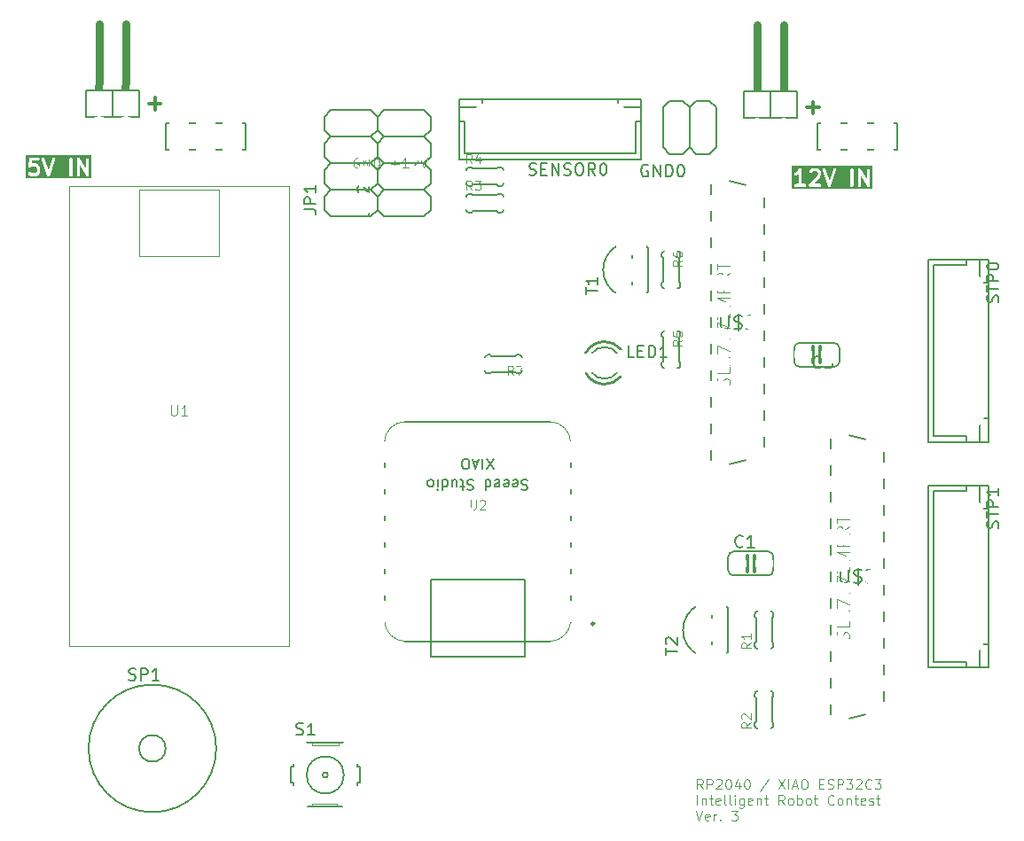
<source format=gbr>
%TF.GenerationSoftware,KiCad,Pcbnew,7.0.8*%
%TF.CreationDate,2024-06-07T19:37:30+09:00*%
%TF.ProjectId,untitled,756e7469-746c-4656-942e-6b696361645f,rev?*%
%TF.SameCoordinates,Original*%
%TF.FileFunction,Legend,Top*%
%TF.FilePolarity,Positive*%
%FSLAX46Y46*%
G04 Gerber Fmt 4.6, Leading zero omitted, Abs format (unit mm)*
G04 Created by KiCad (PCBNEW 7.0.8) date 2024-06-07 19:37:30*
%MOMM*%
%LPD*%
G01*
G04 APERTURE LIST*
G04 Aperture macros list*
%AMFreePoly0*
4,1,25,0.585770,1.352196,0.597893,1.341842,1.341842,0.597893,1.370349,0.541945,1.371600,0.526051,1.371600,-0.526051,1.352196,-0.585770,1.341842,-0.597893,0.597893,-1.341842,0.541945,-1.370349,0.526051,-1.371600,-0.526051,-1.371600,-0.585770,-1.352196,-0.597893,-1.341842,-1.341842,-0.597893,-1.370349,-0.541945,-1.371600,-0.526051,-1.371600,0.526051,-1.352196,0.585770,-1.341842,0.597893,
-0.597893,1.341842,-0.541945,1.370349,-0.526051,1.371600,0.526051,1.371600,0.585770,1.352196,0.585770,1.352196,$1*%
%AMFreePoly1*
4,1,25,0.362725,0.813716,0.374848,0.803362,0.803362,0.374848,0.831869,0.318900,0.833120,0.303006,0.833120,-0.303006,0.813716,-0.362725,0.803362,-0.374848,0.374848,-0.803362,0.318900,-0.831869,0.303006,-0.833120,-0.303006,-0.833120,-0.362725,-0.813716,-0.374848,-0.803362,-0.803362,-0.374848,-0.831869,-0.318900,-0.833120,-0.303006,-0.833120,0.303006,-0.813716,0.362725,-0.803362,0.374848,
-0.374848,0.803362,-0.318900,0.831869,-0.303006,0.833120,0.303006,0.833120,0.362725,0.813716,0.362725,0.813716,$1*%
%AMFreePoly2*
4,1,25,0.438476,0.996596,0.450599,0.986242,0.986242,0.450599,1.014749,0.394651,1.016000,0.378757,1.016000,-0.378757,0.996596,-0.438476,0.986242,-0.450599,0.450599,-0.986242,0.394651,-1.014749,0.378757,-1.016000,-0.378757,-1.016000,-0.438476,-0.996596,-0.450599,-0.986242,-0.986242,-0.450599,-1.014749,-0.394651,-1.016000,-0.378757,-1.016000,0.378757,-0.996596,0.438476,-0.986242,0.450599,
-0.450599,0.986242,-0.394651,1.014749,-0.378757,1.016000,0.378757,1.016000,0.438476,0.996596,0.438476,0.996596,$1*%
G04 Aperture macros list end*
%ADD10C,0.300000*%
%ADD11C,0.081280*%
%ADD12C,0.150000*%
%ADD13C,0.101600*%
%ADD14C,0.100000*%
%ADD15C,0.127000*%
%ADD16C,0.099060*%
%ADD17C,0.120000*%
%ADD18C,0.254000*%
%ADD19C,0.025400*%
%ADD20C,0.152400*%
%ADD21C,0.050800*%
%ADD22C,0.762000*%
%ADD23C,0.304800*%
%ADD24O,3.803200X1.503200*%
%ADD25R,3.000000X2.000000*%
%ADD26C,1.500000*%
%ADD27R,2.300000X1.300000*%
%ADD28R,3.500000X3.500000*%
%ADD29C,2.000000*%
%ADD30O,3.129280X1.666240*%
%ADD31O,3.860800X2.032000*%
%ADD32FreePoly0,0.000000*%
%ADD33O,2.032000X3.860800*%
%ADD34O,2.003200X3.803200*%
%ADD35FreePoly1,180.000000*%
%ADD36FreePoly1,270.000000*%
%ADD37FreePoly1,0.000000*%
%ADD38FreePoly1,90.000000*%
%ADD39FreePoly2,90.000000*%
%ADD40FreePoly2,0.000000*%
G04 APERTURE END LIST*
D10*
X113965510Y-70476400D02*
X115108368Y-70476400D01*
X114536939Y-71047828D02*
X114536939Y-69904971D01*
G36*
X108455367Y-77635114D02*
G01*
X102227540Y-77635114D01*
X102227540Y-76470189D01*
X102441826Y-76470189D01*
X102446193Y-76496886D01*
X102446193Y-76523938D01*
X102452366Y-76534631D01*
X102454360Y-76546816D01*
X102471491Y-76567754D01*
X102485017Y-76591181D01*
X102495708Y-76597353D01*
X102503528Y-76606911D01*
X102528835Y-76616478D01*
X102552260Y-76630003D01*
X102564606Y-76630003D01*
X102576157Y-76634370D01*
X102602855Y-76630003D01*
X102629906Y-76630003D01*
X102640599Y-76623829D01*
X102652784Y-76621836D01*
X102673722Y-76604704D01*
X102697149Y-76591179D01*
X102751365Y-76536962D01*
X102840777Y-76492257D01*
X103127101Y-76492257D01*
X103216514Y-76536963D01*
X103253517Y-76573967D01*
X103298225Y-76663381D01*
X103298225Y-76949703D01*
X103253517Y-77039117D01*
X103216514Y-77076121D01*
X103127101Y-77120828D01*
X102840777Y-77120828D01*
X102751365Y-77076122D01*
X102697149Y-77021906D01*
X102629906Y-76983082D01*
X102552260Y-76983082D01*
X102485017Y-77021904D01*
X102446193Y-77089147D01*
X102446193Y-77166793D01*
X102485015Y-77234036D01*
X102556443Y-77305465D01*
X102577360Y-77317542D01*
X102595429Y-77333564D01*
X102738287Y-77404993D01*
X102772071Y-77411906D01*
X102805368Y-77420828D01*
X103162510Y-77420828D01*
X103195815Y-77411903D01*
X103229591Y-77404992D01*
X103372450Y-77333564D01*
X103390519Y-77317540D01*
X103411435Y-77305465D01*
X103482863Y-77234036D01*
X103494937Y-77213121D01*
X103510960Y-77195053D01*
X103582389Y-77052197D01*
X103589302Y-77018414D01*
X103598225Y-76985114D01*
X103598225Y-76627971D01*
X103589302Y-76594670D01*
X103582389Y-76560888D01*
X103510960Y-76418032D01*
X103494937Y-76399963D01*
X103482863Y-76379049D01*
X103411435Y-76307620D01*
X103390519Y-76295544D01*
X103372450Y-76279521D01*
X103229591Y-76208093D01*
X103195815Y-76201181D01*
X103162510Y-76192257D01*
X102805368Y-76192257D01*
X102772071Y-76201178D01*
X102770185Y-76201564D01*
X102798259Y-75920828D01*
X103376796Y-75920828D01*
X103451796Y-75900732D01*
X103506700Y-75845828D01*
X103526796Y-75770828D01*
X103518738Y-75740756D01*
X103729841Y-75740756D01*
X103734494Y-75818262D01*
X104234494Y-77318262D01*
X104251092Y-77343402D01*
X104264566Y-77370349D01*
X104272219Y-77375402D01*
X104277275Y-77383059D01*
X104304226Y-77396534D01*
X104329362Y-77413130D01*
X104338517Y-77413679D01*
X104346724Y-77417783D01*
X104376799Y-77415977D01*
X104406868Y-77417783D01*
X104415072Y-77413680D01*
X104424230Y-77413131D01*
X104449374Y-77396529D01*
X104476317Y-77383058D01*
X104481370Y-77375404D01*
X104489027Y-77370349D01*
X104502502Y-77343397D01*
X104519098Y-77318262D01*
X104534909Y-77270828D01*
X106369652Y-77270828D01*
X106389748Y-77345828D01*
X106444652Y-77400732D01*
X106519652Y-77420828D01*
X106594652Y-77400732D01*
X106649556Y-77345828D01*
X106669652Y-77270828D01*
X107083938Y-77270828D01*
X107104034Y-77345828D01*
X107158938Y-77400732D01*
X107233938Y-77420828D01*
X107308938Y-77400732D01*
X107363842Y-77345828D01*
X107383938Y-77270828D01*
X107383938Y-76335661D01*
X107960845Y-77345249D01*
X107961087Y-77345493D01*
X107961177Y-77345828D01*
X107988397Y-77373048D01*
X108015503Y-77400397D01*
X108015837Y-77400488D01*
X108016081Y-77400732D01*
X108053181Y-77410672D01*
X108090413Y-77420827D01*
X108090748Y-77420738D01*
X108091081Y-77420828D01*
X108128180Y-77410887D01*
X108165502Y-77401065D01*
X108165747Y-77400821D01*
X108166081Y-77400732D01*
X108193245Y-77373567D01*
X108220650Y-77346406D01*
X108220741Y-77346071D01*
X108220985Y-77345828D01*
X108230925Y-77308727D01*
X108241080Y-77271496D01*
X108240991Y-77271160D01*
X108241081Y-77270828D01*
X108241081Y-75770828D01*
X108220985Y-75695828D01*
X108166081Y-75640924D01*
X108091081Y-75620828D01*
X108016081Y-75640924D01*
X107961177Y-75695828D01*
X107941081Y-75770828D01*
X107941081Y-76705992D01*
X107364174Y-75696407D01*
X107363931Y-75696162D01*
X107363842Y-75695828D01*
X107336621Y-75668607D01*
X107309516Y-75641259D01*
X107309181Y-75641167D01*
X107308938Y-75640924D01*
X107271837Y-75630983D01*
X107234606Y-75620829D01*
X107234270Y-75620917D01*
X107233938Y-75620828D01*
X107196732Y-75630797D01*
X107159517Y-75640592D01*
X107159272Y-75640834D01*
X107158938Y-75640924D01*
X107131717Y-75668144D01*
X107104369Y-75695250D01*
X107104277Y-75695584D01*
X107104034Y-75695828D01*
X107094093Y-75732928D01*
X107083939Y-75770160D01*
X107084027Y-75770495D01*
X107083938Y-75770828D01*
X107083938Y-77270828D01*
X106669652Y-77270828D01*
X106669652Y-75770828D01*
X106649556Y-75695828D01*
X106594652Y-75640924D01*
X106519652Y-75620828D01*
X106444652Y-75640924D01*
X106389748Y-75695828D01*
X106369652Y-75770828D01*
X106369652Y-77270828D01*
X104534909Y-77270828D01*
X105019099Y-75818262D01*
X105023751Y-75740756D01*
X104989027Y-75671307D01*
X104924230Y-75628525D01*
X104846724Y-75623873D01*
X104777275Y-75658597D01*
X104734494Y-75723394D01*
X104376796Y-76796486D01*
X104019098Y-75723394D01*
X103976317Y-75658598D01*
X103906868Y-75623873D01*
X103829362Y-75628526D01*
X103764566Y-75671307D01*
X103729841Y-75740756D01*
X103518738Y-75740756D01*
X103506700Y-75695828D01*
X103451796Y-75640924D01*
X103376796Y-75620828D01*
X102662510Y-75620828D01*
X102631988Y-75629006D01*
X102600808Y-75634106D01*
X102594892Y-75638945D01*
X102587510Y-75640924D01*
X102565166Y-75663267D01*
X102540713Y-75683275D01*
X102538010Y-75690423D01*
X102532606Y-75695828D01*
X102524428Y-75726346D01*
X102513254Y-75755903D01*
X102441826Y-76470189D01*
X102227540Y-76470189D01*
X102227540Y-75406542D01*
X108455367Y-75406542D01*
X108455367Y-77635114D01*
G37*
X176830510Y-70857400D02*
X177973368Y-70857400D01*
X177401939Y-71428828D02*
X177401939Y-70285971D01*
G36*
X183035938Y-78651114D02*
G01*
X175378796Y-78651114D01*
X175378796Y-78286828D01*
X175593082Y-78286828D01*
X175613178Y-78361828D01*
X175668082Y-78416732D01*
X175743082Y-78436828D01*
X176171653Y-78436828D01*
X176600225Y-78436828D01*
X176675225Y-78416732D01*
X176730129Y-78361828D01*
X176750225Y-78286828D01*
X176950224Y-78286828D01*
X176955335Y-78305902D01*
X176955335Y-78325651D01*
X176965208Y-78342753D01*
X176970320Y-78361828D01*
X176984284Y-78375792D01*
X176994158Y-78392894D01*
X177011259Y-78402767D01*
X177025224Y-78416732D01*
X177044298Y-78421843D01*
X177061401Y-78431717D01*
X177081149Y-78431717D01*
X177100224Y-78436828D01*
X178028796Y-78436828D01*
X178103796Y-78416732D01*
X178158700Y-78361828D01*
X178178796Y-78286828D01*
X178158700Y-78211828D01*
X178103796Y-78156924D01*
X178028796Y-78136828D01*
X177462356Y-78136828D01*
X178063433Y-77535751D01*
X178080673Y-77505890D01*
X178099669Y-77477120D01*
X178171098Y-77262835D01*
X178172545Y-77238728D01*
X178178796Y-77215400D01*
X178178796Y-77072542D01*
X178169873Y-77039241D01*
X178162960Y-77005459D01*
X178091531Y-76862603D01*
X178075508Y-76844534D01*
X178063433Y-76823619D01*
X177996570Y-76756756D01*
X178310412Y-76756756D01*
X178315065Y-76834262D01*
X178815065Y-78334262D01*
X178831663Y-78359402D01*
X178845137Y-78386349D01*
X178852790Y-78391402D01*
X178857846Y-78399059D01*
X178884797Y-78412534D01*
X178909933Y-78429130D01*
X178919088Y-78429679D01*
X178927295Y-78433783D01*
X178957370Y-78431977D01*
X178987439Y-78433783D01*
X178995643Y-78429680D01*
X179004801Y-78429131D01*
X179029945Y-78412529D01*
X179056888Y-78399058D01*
X179061941Y-78391404D01*
X179069598Y-78386349D01*
X179083073Y-78359397D01*
X179099669Y-78334262D01*
X179115480Y-78286828D01*
X180950223Y-78286828D01*
X180970319Y-78361828D01*
X181025223Y-78416732D01*
X181100223Y-78436828D01*
X181175223Y-78416732D01*
X181230127Y-78361828D01*
X181250223Y-78286828D01*
X181664509Y-78286828D01*
X181684605Y-78361828D01*
X181739509Y-78416732D01*
X181814509Y-78436828D01*
X181889509Y-78416732D01*
X181944413Y-78361828D01*
X181964509Y-78286828D01*
X181964509Y-77351661D01*
X182541416Y-78361249D01*
X182541658Y-78361493D01*
X182541748Y-78361828D01*
X182568968Y-78389048D01*
X182596074Y-78416397D01*
X182596408Y-78416488D01*
X182596652Y-78416732D01*
X182633752Y-78426672D01*
X182670984Y-78436827D01*
X182671319Y-78436738D01*
X182671652Y-78436828D01*
X182708751Y-78426887D01*
X182746073Y-78417065D01*
X182746318Y-78416821D01*
X182746652Y-78416732D01*
X182773816Y-78389567D01*
X182801221Y-78362406D01*
X182801312Y-78362071D01*
X182801556Y-78361828D01*
X182811496Y-78324727D01*
X182821651Y-78287496D01*
X182821562Y-78287160D01*
X182821652Y-78286828D01*
X182821652Y-76786828D01*
X182801556Y-76711828D01*
X182746652Y-76656924D01*
X182671652Y-76636828D01*
X182596652Y-76656924D01*
X182541748Y-76711828D01*
X182521652Y-76786828D01*
X182521652Y-77721992D01*
X181944745Y-76712407D01*
X181944502Y-76712162D01*
X181944413Y-76711828D01*
X181917192Y-76684607D01*
X181890087Y-76657259D01*
X181889752Y-76657167D01*
X181889509Y-76656924D01*
X181852408Y-76646983D01*
X181815177Y-76636829D01*
X181814841Y-76636917D01*
X181814509Y-76636828D01*
X181777303Y-76646797D01*
X181740088Y-76656592D01*
X181739843Y-76656834D01*
X181739509Y-76656924D01*
X181712288Y-76684144D01*
X181684940Y-76711250D01*
X181684848Y-76711584D01*
X181684605Y-76711828D01*
X181674664Y-76748928D01*
X181664510Y-76786160D01*
X181664598Y-76786495D01*
X181664509Y-76786828D01*
X181664509Y-78286828D01*
X181250223Y-78286828D01*
X181250223Y-76786828D01*
X181230127Y-76711828D01*
X181175223Y-76656924D01*
X181100223Y-76636828D01*
X181025223Y-76656924D01*
X180970319Y-76711828D01*
X180950223Y-76786828D01*
X180950223Y-78286828D01*
X179115480Y-78286828D01*
X179599670Y-76834262D01*
X179604322Y-76756756D01*
X179569598Y-76687307D01*
X179504801Y-76644525D01*
X179427295Y-76639873D01*
X179357846Y-76674597D01*
X179315065Y-76739394D01*
X178957367Y-77812486D01*
X178599669Y-76739394D01*
X178556888Y-76674598D01*
X178487439Y-76639873D01*
X178409933Y-76644526D01*
X178345137Y-76687307D01*
X178310412Y-76756756D01*
X177996570Y-76756756D01*
X177992005Y-76752191D01*
X177971090Y-76740116D01*
X177953021Y-76724093D01*
X177810163Y-76652664D01*
X177776382Y-76645751D01*
X177743081Y-76636828D01*
X177385939Y-76636828D01*
X177352637Y-76645751D01*
X177318857Y-76652664D01*
X177175999Y-76724093D01*
X177157929Y-76740116D01*
X177137015Y-76752191D01*
X177065587Y-76823619D01*
X177026764Y-76890862D01*
X177026764Y-76968508D01*
X177065587Y-77035751D01*
X177132830Y-77074574D01*
X177210476Y-77074574D01*
X177277719Y-77035751D01*
X177331935Y-76981535D01*
X177421349Y-76936828D01*
X177707671Y-76936828D01*
X177797085Y-76981535D01*
X177834089Y-77018539D01*
X177878796Y-77107952D01*
X177878796Y-77191059D01*
X177826262Y-77348657D01*
X176994158Y-78180762D01*
X176984284Y-78197863D01*
X176970320Y-78211828D01*
X176965208Y-78230902D01*
X176955335Y-78248005D01*
X176955335Y-78267753D01*
X176950224Y-78286828D01*
X176750225Y-78286828D01*
X176730129Y-78211828D01*
X176675225Y-78156924D01*
X176600225Y-78136828D01*
X176321653Y-78136828D01*
X176321653Y-76786828D01*
X176312814Y-76753842D01*
X176306115Y-76720343D01*
X176302840Y-76716616D01*
X176301557Y-76711828D01*
X176277410Y-76687681D01*
X176254858Y-76662020D01*
X176250159Y-76660430D01*
X176246653Y-76656924D01*
X176213670Y-76648086D01*
X176181307Y-76637138D01*
X176176441Y-76638111D01*
X176171653Y-76636828D01*
X176138670Y-76645665D01*
X176105169Y-76652366D01*
X176101443Y-76655640D01*
X176096653Y-76656924D01*
X176072499Y-76681077D01*
X176046846Y-76703623D01*
X175912226Y-76905551D01*
X175797085Y-77020692D01*
X175676000Y-77081236D01*
X175617905Y-77132752D01*
X175593351Y-77206413D01*
X175608918Y-77282482D01*
X175660434Y-77340577D01*
X175734095Y-77365131D01*
X175810164Y-77349564D01*
X175953021Y-77278135D01*
X175971089Y-77262112D01*
X175992005Y-77250037D01*
X176021653Y-77220389D01*
X176021653Y-78136828D01*
X175743082Y-78136828D01*
X175668082Y-78156924D01*
X175613178Y-78211828D01*
X175593082Y-78286828D01*
X175378796Y-78286828D01*
X175378796Y-76422542D01*
X183035938Y-76422542D01*
X183035938Y-78651114D01*
G37*
D11*
X134024740Y-75732771D02*
X133935719Y-75688261D01*
X133935719Y-75688261D02*
X133802188Y-75688261D01*
X133802188Y-75688261D02*
X133668656Y-75732771D01*
X133668656Y-75732771D02*
X133579635Y-75821792D01*
X133579635Y-75821792D02*
X133535125Y-75910813D01*
X133535125Y-75910813D02*
X133490614Y-76088855D01*
X133490614Y-76088855D02*
X133490614Y-76222387D01*
X133490614Y-76222387D02*
X133535125Y-76400429D01*
X133535125Y-76400429D02*
X133579635Y-76489450D01*
X133579635Y-76489450D02*
X133668656Y-76578471D01*
X133668656Y-76578471D02*
X133802188Y-76622981D01*
X133802188Y-76622981D02*
X133891209Y-76622981D01*
X133891209Y-76622981D02*
X134024740Y-76578471D01*
X134024740Y-76578471D02*
X134069251Y-76533960D01*
X134069251Y-76533960D02*
X134069251Y-76222387D01*
X134069251Y-76222387D02*
X133891209Y-76222387D01*
X134469845Y-76622981D02*
X134469845Y-75688261D01*
X134469845Y-75688261D02*
X135003971Y-76622981D01*
X135003971Y-76622981D02*
X135003971Y-75688261D01*
X135449075Y-76622981D02*
X135449075Y-75688261D01*
X135449075Y-75688261D02*
X135671627Y-75688261D01*
X135671627Y-75688261D02*
X135805159Y-75732771D01*
X135805159Y-75732771D02*
X135894180Y-75821792D01*
X135894180Y-75821792D02*
X135938690Y-75910813D01*
X135938690Y-75910813D02*
X135983201Y-76088855D01*
X135983201Y-76088855D02*
X135983201Y-76222387D01*
X135983201Y-76222387D02*
X135938690Y-76400429D01*
X135938690Y-76400429D02*
X135894180Y-76489450D01*
X135894180Y-76489450D02*
X135805159Y-76578471D01*
X135805159Y-76578471D02*
X135671627Y-76622981D01*
X135671627Y-76622981D02*
X135449075Y-76622981D01*
X137095963Y-76266897D02*
X137808131Y-76266897D01*
X137452047Y-76622981D02*
X137452047Y-75910813D01*
X138742850Y-76622981D02*
X138208724Y-76622981D01*
X138475787Y-76622981D02*
X138475787Y-75688261D01*
X138475787Y-75688261D02*
X138386766Y-75821792D01*
X138386766Y-75821792D02*
X138297745Y-75910813D01*
X138297745Y-75910813D02*
X138208724Y-75955324D01*
X139098934Y-75777282D02*
X139143445Y-75732771D01*
X139143445Y-75732771D02*
X139232466Y-75688261D01*
X139232466Y-75688261D02*
X139455018Y-75688261D01*
X139455018Y-75688261D02*
X139544039Y-75732771D01*
X139544039Y-75732771D02*
X139588550Y-75777282D01*
X139588550Y-75777282D02*
X139633060Y-75866303D01*
X139633060Y-75866303D02*
X139633060Y-75955324D01*
X139633060Y-75955324D02*
X139588550Y-76088855D01*
X139588550Y-76088855D02*
X139054424Y-76622981D01*
X139054424Y-76622981D02*
X139633060Y-76622981D01*
X139900123Y-75688261D02*
X140211697Y-76622981D01*
X140211697Y-76622981D02*
X140523270Y-75688261D01*
X166861251Y-135965183D02*
X166549677Y-135520078D01*
X166327125Y-135965183D02*
X166327125Y-135030463D01*
X166327125Y-135030463D02*
X166683209Y-135030463D01*
X166683209Y-135030463D02*
X166772230Y-135074973D01*
X166772230Y-135074973D02*
X166816740Y-135119484D01*
X166816740Y-135119484D02*
X166861251Y-135208505D01*
X166861251Y-135208505D02*
X166861251Y-135342036D01*
X166861251Y-135342036D02*
X166816740Y-135431057D01*
X166816740Y-135431057D02*
X166772230Y-135475568D01*
X166772230Y-135475568D02*
X166683209Y-135520078D01*
X166683209Y-135520078D02*
X166327125Y-135520078D01*
X167261845Y-135965183D02*
X167261845Y-135030463D01*
X167261845Y-135030463D02*
X167617929Y-135030463D01*
X167617929Y-135030463D02*
X167706950Y-135074973D01*
X167706950Y-135074973D02*
X167751460Y-135119484D01*
X167751460Y-135119484D02*
X167795971Y-135208505D01*
X167795971Y-135208505D02*
X167795971Y-135342036D01*
X167795971Y-135342036D02*
X167751460Y-135431057D01*
X167751460Y-135431057D02*
X167706950Y-135475568D01*
X167706950Y-135475568D02*
X167617929Y-135520078D01*
X167617929Y-135520078D02*
X167261845Y-135520078D01*
X168152054Y-135119484D02*
X168196565Y-135074973D01*
X168196565Y-135074973D02*
X168285586Y-135030463D01*
X168285586Y-135030463D02*
X168508138Y-135030463D01*
X168508138Y-135030463D02*
X168597159Y-135074973D01*
X168597159Y-135074973D02*
X168641670Y-135119484D01*
X168641670Y-135119484D02*
X168686180Y-135208505D01*
X168686180Y-135208505D02*
X168686180Y-135297526D01*
X168686180Y-135297526D02*
X168641670Y-135431057D01*
X168641670Y-135431057D02*
X168107544Y-135965183D01*
X168107544Y-135965183D02*
X168686180Y-135965183D01*
X169264817Y-135030463D02*
X169353838Y-135030463D01*
X169353838Y-135030463D02*
X169442859Y-135074973D01*
X169442859Y-135074973D02*
X169487369Y-135119484D01*
X169487369Y-135119484D02*
X169531880Y-135208505D01*
X169531880Y-135208505D02*
X169576390Y-135386547D01*
X169576390Y-135386547D02*
X169576390Y-135609099D01*
X169576390Y-135609099D02*
X169531880Y-135787141D01*
X169531880Y-135787141D02*
X169487369Y-135876162D01*
X169487369Y-135876162D02*
X169442859Y-135920673D01*
X169442859Y-135920673D02*
X169353838Y-135965183D01*
X169353838Y-135965183D02*
X169264817Y-135965183D01*
X169264817Y-135965183D02*
X169175796Y-135920673D01*
X169175796Y-135920673D02*
X169131285Y-135876162D01*
X169131285Y-135876162D02*
X169086775Y-135787141D01*
X169086775Y-135787141D02*
X169042264Y-135609099D01*
X169042264Y-135609099D02*
X169042264Y-135386547D01*
X169042264Y-135386547D02*
X169086775Y-135208505D01*
X169086775Y-135208505D02*
X169131285Y-135119484D01*
X169131285Y-135119484D02*
X169175796Y-135074973D01*
X169175796Y-135074973D02*
X169264817Y-135030463D01*
X170377579Y-135342036D02*
X170377579Y-135965183D01*
X170155027Y-134985953D02*
X169932474Y-135653610D01*
X169932474Y-135653610D02*
X170511111Y-135653610D01*
X171045237Y-135030463D02*
X171134258Y-135030463D01*
X171134258Y-135030463D02*
X171223279Y-135074973D01*
X171223279Y-135074973D02*
X171267789Y-135119484D01*
X171267789Y-135119484D02*
X171312300Y-135208505D01*
X171312300Y-135208505D02*
X171356810Y-135386547D01*
X171356810Y-135386547D02*
X171356810Y-135609099D01*
X171356810Y-135609099D02*
X171312300Y-135787141D01*
X171312300Y-135787141D02*
X171267789Y-135876162D01*
X171267789Y-135876162D02*
X171223279Y-135920673D01*
X171223279Y-135920673D02*
X171134258Y-135965183D01*
X171134258Y-135965183D02*
X171045237Y-135965183D01*
X171045237Y-135965183D02*
X170956216Y-135920673D01*
X170956216Y-135920673D02*
X170911705Y-135876162D01*
X170911705Y-135876162D02*
X170867195Y-135787141D01*
X170867195Y-135787141D02*
X170822684Y-135609099D01*
X170822684Y-135609099D02*
X170822684Y-135386547D01*
X170822684Y-135386547D02*
X170867195Y-135208505D01*
X170867195Y-135208505D02*
X170911705Y-135119484D01*
X170911705Y-135119484D02*
X170956216Y-135074973D01*
X170956216Y-135074973D02*
X171045237Y-135030463D01*
X173137230Y-134985953D02*
X172336041Y-136187735D01*
X174071950Y-135030463D02*
X174695097Y-135965183D01*
X174695097Y-135030463D02*
X174071950Y-135965183D01*
X175051181Y-135965183D02*
X175051181Y-135030463D01*
X175451775Y-135698120D02*
X175896880Y-135698120D01*
X175362754Y-135965183D02*
X175674328Y-135030463D01*
X175674328Y-135030463D02*
X175985901Y-135965183D01*
X176475517Y-135030463D02*
X176653559Y-135030463D01*
X176653559Y-135030463D02*
X176742580Y-135074973D01*
X176742580Y-135074973D02*
X176831601Y-135163994D01*
X176831601Y-135163994D02*
X176876111Y-135342036D01*
X176876111Y-135342036D02*
X176876111Y-135653610D01*
X176876111Y-135653610D02*
X176831601Y-135831652D01*
X176831601Y-135831652D02*
X176742580Y-135920673D01*
X176742580Y-135920673D02*
X176653559Y-135965183D01*
X176653559Y-135965183D02*
X176475517Y-135965183D01*
X176475517Y-135965183D02*
X176386496Y-135920673D01*
X176386496Y-135920673D02*
X176297475Y-135831652D01*
X176297475Y-135831652D02*
X176252964Y-135653610D01*
X176252964Y-135653610D02*
X176252964Y-135342036D01*
X176252964Y-135342036D02*
X176297475Y-135163994D01*
X176297475Y-135163994D02*
X176386496Y-135074973D01*
X176386496Y-135074973D02*
X176475517Y-135030463D01*
X177988873Y-135475568D02*
X178300446Y-135475568D01*
X178433978Y-135965183D02*
X177988873Y-135965183D01*
X177988873Y-135965183D02*
X177988873Y-135030463D01*
X177988873Y-135030463D02*
X178433978Y-135030463D01*
X178790061Y-135920673D02*
X178923593Y-135965183D01*
X178923593Y-135965183D02*
X179146145Y-135965183D01*
X179146145Y-135965183D02*
X179235166Y-135920673D01*
X179235166Y-135920673D02*
X179279677Y-135876162D01*
X179279677Y-135876162D02*
X179324187Y-135787141D01*
X179324187Y-135787141D02*
X179324187Y-135698120D01*
X179324187Y-135698120D02*
X179279677Y-135609099D01*
X179279677Y-135609099D02*
X179235166Y-135564589D01*
X179235166Y-135564589D02*
X179146145Y-135520078D01*
X179146145Y-135520078D02*
X178968103Y-135475568D01*
X178968103Y-135475568D02*
X178879082Y-135431057D01*
X178879082Y-135431057D02*
X178834572Y-135386547D01*
X178834572Y-135386547D02*
X178790061Y-135297526D01*
X178790061Y-135297526D02*
X178790061Y-135208505D01*
X178790061Y-135208505D02*
X178834572Y-135119484D01*
X178834572Y-135119484D02*
X178879082Y-135074973D01*
X178879082Y-135074973D02*
X178968103Y-135030463D01*
X178968103Y-135030463D02*
X179190656Y-135030463D01*
X179190656Y-135030463D02*
X179324187Y-135074973D01*
X179724782Y-135965183D02*
X179724782Y-135030463D01*
X179724782Y-135030463D02*
X180080866Y-135030463D01*
X180080866Y-135030463D02*
X180169887Y-135074973D01*
X180169887Y-135074973D02*
X180214397Y-135119484D01*
X180214397Y-135119484D02*
X180258908Y-135208505D01*
X180258908Y-135208505D02*
X180258908Y-135342036D01*
X180258908Y-135342036D02*
X180214397Y-135431057D01*
X180214397Y-135431057D02*
X180169887Y-135475568D01*
X180169887Y-135475568D02*
X180080866Y-135520078D01*
X180080866Y-135520078D02*
X179724782Y-135520078D01*
X180570481Y-135030463D02*
X181149117Y-135030463D01*
X181149117Y-135030463D02*
X180837544Y-135386547D01*
X180837544Y-135386547D02*
X180971075Y-135386547D01*
X180971075Y-135386547D02*
X181060096Y-135431057D01*
X181060096Y-135431057D02*
X181104607Y-135475568D01*
X181104607Y-135475568D02*
X181149117Y-135564589D01*
X181149117Y-135564589D02*
X181149117Y-135787141D01*
X181149117Y-135787141D02*
X181104607Y-135876162D01*
X181104607Y-135876162D02*
X181060096Y-135920673D01*
X181060096Y-135920673D02*
X180971075Y-135965183D01*
X180971075Y-135965183D02*
X180704012Y-135965183D01*
X180704012Y-135965183D02*
X180614991Y-135920673D01*
X180614991Y-135920673D02*
X180570481Y-135876162D01*
X181505201Y-135119484D02*
X181549712Y-135074973D01*
X181549712Y-135074973D02*
X181638733Y-135030463D01*
X181638733Y-135030463D02*
X181861285Y-135030463D01*
X181861285Y-135030463D02*
X181950306Y-135074973D01*
X181950306Y-135074973D02*
X181994817Y-135119484D01*
X181994817Y-135119484D02*
X182039327Y-135208505D01*
X182039327Y-135208505D02*
X182039327Y-135297526D01*
X182039327Y-135297526D02*
X181994817Y-135431057D01*
X181994817Y-135431057D02*
X181460691Y-135965183D01*
X181460691Y-135965183D02*
X182039327Y-135965183D01*
X182974048Y-135876162D02*
X182929537Y-135920673D01*
X182929537Y-135920673D02*
X182796006Y-135965183D01*
X182796006Y-135965183D02*
X182706985Y-135965183D01*
X182706985Y-135965183D02*
X182573453Y-135920673D01*
X182573453Y-135920673D02*
X182484432Y-135831652D01*
X182484432Y-135831652D02*
X182439922Y-135742631D01*
X182439922Y-135742631D02*
X182395411Y-135564589D01*
X182395411Y-135564589D02*
X182395411Y-135431057D01*
X182395411Y-135431057D02*
X182439922Y-135253015D01*
X182439922Y-135253015D02*
X182484432Y-135163994D01*
X182484432Y-135163994D02*
X182573453Y-135074973D01*
X182573453Y-135074973D02*
X182706985Y-135030463D01*
X182706985Y-135030463D02*
X182796006Y-135030463D01*
X182796006Y-135030463D02*
X182929537Y-135074973D01*
X182929537Y-135074973D02*
X182974048Y-135119484D01*
X183285621Y-135030463D02*
X183864257Y-135030463D01*
X183864257Y-135030463D02*
X183552684Y-135386547D01*
X183552684Y-135386547D02*
X183686215Y-135386547D01*
X183686215Y-135386547D02*
X183775236Y-135431057D01*
X183775236Y-135431057D02*
X183819747Y-135475568D01*
X183819747Y-135475568D02*
X183864257Y-135564589D01*
X183864257Y-135564589D02*
X183864257Y-135787141D01*
X183864257Y-135787141D02*
X183819747Y-135876162D01*
X183819747Y-135876162D02*
X183775236Y-135920673D01*
X183775236Y-135920673D02*
X183686215Y-135965183D01*
X183686215Y-135965183D02*
X183419152Y-135965183D01*
X183419152Y-135965183D02*
X183330131Y-135920673D01*
X183330131Y-135920673D02*
X183285621Y-135876162D01*
X166327125Y-137470082D02*
X166327125Y-136535362D01*
X166772230Y-136846935D02*
X166772230Y-137470082D01*
X166772230Y-136935956D02*
X166816740Y-136891446D01*
X166816740Y-136891446D02*
X166905761Y-136846935D01*
X166905761Y-136846935D02*
X167039293Y-136846935D01*
X167039293Y-136846935D02*
X167128314Y-136891446D01*
X167128314Y-136891446D02*
X167172824Y-136980467D01*
X167172824Y-136980467D02*
X167172824Y-137470082D01*
X167484397Y-136846935D02*
X167840481Y-136846935D01*
X167617929Y-136535362D02*
X167617929Y-137336551D01*
X167617929Y-137336551D02*
X167662439Y-137425572D01*
X167662439Y-137425572D02*
X167751460Y-137470082D01*
X167751460Y-137470082D02*
X167840481Y-137470082D01*
X168508139Y-137425572D02*
X168419118Y-137470082D01*
X168419118Y-137470082D02*
X168241076Y-137470082D01*
X168241076Y-137470082D02*
X168152055Y-137425572D01*
X168152055Y-137425572D02*
X168107544Y-137336551D01*
X168107544Y-137336551D02*
X168107544Y-136980467D01*
X168107544Y-136980467D02*
X168152055Y-136891446D01*
X168152055Y-136891446D02*
X168241076Y-136846935D01*
X168241076Y-136846935D02*
X168419118Y-136846935D01*
X168419118Y-136846935D02*
X168508139Y-136891446D01*
X168508139Y-136891446D02*
X168552649Y-136980467D01*
X168552649Y-136980467D02*
X168552649Y-137069488D01*
X168552649Y-137069488D02*
X168107544Y-137158509D01*
X169086775Y-137470082D02*
X168997754Y-137425572D01*
X168997754Y-137425572D02*
X168953244Y-137336551D01*
X168953244Y-137336551D02*
X168953244Y-136535362D01*
X169576390Y-137470082D02*
X169487369Y-137425572D01*
X169487369Y-137425572D02*
X169442859Y-137336551D01*
X169442859Y-137336551D02*
X169442859Y-136535362D01*
X169932474Y-137470082D02*
X169932474Y-136846935D01*
X169932474Y-136535362D02*
X169887963Y-136579872D01*
X169887963Y-136579872D02*
X169932474Y-136624383D01*
X169932474Y-136624383D02*
X169976984Y-136579872D01*
X169976984Y-136579872D02*
X169932474Y-136535362D01*
X169932474Y-136535362D02*
X169932474Y-136624383D01*
X170778173Y-136846935D02*
X170778173Y-137603613D01*
X170778173Y-137603613D02*
X170733663Y-137692634D01*
X170733663Y-137692634D02*
X170689152Y-137737145D01*
X170689152Y-137737145D02*
X170600131Y-137781655D01*
X170600131Y-137781655D02*
X170466600Y-137781655D01*
X170466600Y-137781655D02*
X170377579Y-137737145D01*
X170778173Y-137425572D02*
X170689152Y-137470082D01*
X170689152Y-137470082D02*
X170511110Y-137470082D01*
X170511110Y-137470082D02*
X170422089Y-137425572D01*
X170422089Y-137425572D02*
X170377579Y-137381061D01*
X170377579Y-137381061D02*
X170333068Y-137292040D01*
X170333068Y-137292040D02*
X170333068Y-137024977D01*
X170333068Y-137024977D02*
X170377579Y-136935956D01*
X170377579Y-136935956D02*
X170422089Y-136891446D01*
X170422089Y-136891446D02*
X170511110Y-136846935D01*
X170511110Y-136846935D02*
X170689152Y-136846935D01*
X170689152Y-136846935D02*
X170778173Y-136891446D01*
X171579362Y-137425572D02*
X171490341Y-137470082D01*
X171490341Y-137470082D02*
X171312299Y-137470082D01*
X171312299Y-137470082D02*
X171223278Y-137425572D01*
X171223278Y-137425572D02*
X171178767Y-137336551D01*
X171178767Y-137336551D02*
X171178767Y-136980467D01*
X171178767Y-136980467D02*
X171223278Y-136891446D01*
X171223278Y-136891446D02*
X171312299Y-136846935D01*
X171312299Y-136846935D02*
X171490341Y-136846935D01*
X171490341Y-136846935D02*
X171579362Y-136891446D01*
X171579362Y-136891446D02*
X171623872Y-136980467D01*
X171623872Y-136980467D02*
X171623872Y-137069488D01*
X171623872Y-137069488D02*
X171178767Y-137158509D01*
X172024467Y-136846935D02*
X172024467Y-137470082D01*
X172024467Y-136935956D02*
X172068977Y-136891446D01*
X172068977Y-136891446D02*
X172157998Y-136846935D01*
X172157998Y-136846935D02*
X172291530Y-136846935D01*
X172291530Y-136846935D02*
X172380551Y-136891446D01*
X172380551Y-136891446D02*
X172425061Y-136980467D01*
X172425061Y-136980467D02*
X172425061Y-137470082D01*
X172736634Y-136846935D02*
X173092718Y-136846935D01*
X172870166Y-136535362D02*
X172870166Y-137336551D01*
X172870166Y-137336551D02*
X172914676Y-137425572D01*
X172914676Y-137425572D02*
X173003697Y-137470082D01*
X173003697Y-137470082D02*
X173092718Y-137470082D01*
X174650586Y-137470082D02*
X174339012Y-137024977D01*
X174116460Y-137470082D02*
X174116460Y-136535362D01*
X174116460Y-136535362D02*
X174472544Y-136535362D01*
X174472544Y-136535362D02*
X174561565Y-136579872D01*
X174561565Y-136579872D02*
X174606075Y-136624383D01*
X174606075Y-136624383D02*
X174650586Y-136713404D01*
X174650586Y-136713404D02*
X174650586Y-136846935D01*
X174650586Y-136846935D02*
X174606075Y-136935956D01*
X174606075Y-136935956D02*
X174561565Y-136980467D01*
X174561565Y-136980467D02*
X174472544Y-137024977D01*
X174472544Y-137024977D02*
X174116460Y-137024977D01*
X175184711Y-137470082D02*
X175095690Y-137425572D01*
X175095690Y-137425572D02*
X175051180Y-137381061D01*
X175051180Y-137381061D02*
X175006669Y-137292040D01*
X175006669Y-137292040D02*
X175006669Y-137024977D01*
X175006669Y-137024977D02*
X175051180Y-136935956D01*
X175051180Y-136935956D02*
X175095690Y-136891446D01*
X175095690Y-136891446D02*
X175184711Y-136846935D01*
X175184711Y-136846935D02*
X175318243Y-136846935D01*
X175318243Y-136846935D02*
X175407264Y-136891446D01*
X175407264Y-136891446D02*
X175451774Y-136935956D01*
X175451774Y-136935956D02*
X175496285Y-137024977D01*
X175496285Y-137024977D02*
X175496285Y-137292040D01*
X175496285Y-137292040D02*
X175451774Y-137381061D01*
X175451774Y-137381061D02*
X175407264Y-137425572D01*
X175407264Y-137425572D02*
X175318243Y-137470082D01*
X175318243Y-137470082D02*
X175184711Y-137470082D01*
X175896879Y-137470082D02*
X175896879Y-136535362D01*
X175896879Y-136891446D02*
X175985900Y-136846935D01*
X175985900Y-136846935D02*
X176163942Y-136846935D01*
X176163942Y-136846935D02*
X176252963Y-136891446D01*
X176252963Y-136891446D02*
X176297473Y-136935956D01*
X176297473Y-136935956D02*
X176341984Y-137024977D01*
X176341984Y-137024977D02*
X176341984Y-137292040D01*
X176341984Y-137292040D02*
X176297473Y-137381061D01*
X176297473Y-137381061D02*
X176252963Y-137425572D01*
X176252963Y-137425572D02*
X176163942Y-137470082D01*
X176163942Y-137470082D02*
X175985900Y-137470082D01*
X175985900Y-137470082D02*
X175896879Y-137425572D01*
X176876109Y-137470082D02*
X176787088Y-137425572D01*
X176787088Y-137425572D02*
X176742578Y-137381061D01*
X176742578Y-137381061D02*
X176698067Y-137292040D01*
X176698067Y-137292040D02*
X176698067Y-137024977D01*
X176698067Y-137024977D02*
X176742578Y-136935956D01*
X176742578Y-136935956D02*
X176787088Y-136891446D01*
X176787088Y-136891446D02*
X176876109Y-136846935D01*
X176876109Y-136846935D02*
X177009641Y-136846935D01*
X177009641Y-136846935D02*
X177098662Y-136891446D01*
X177098662Y-136891446D02*
X177143172Y-136935956D01*
X177143172Y-136935956D02*
X177187683Y-137024977D01*
X177187683Y-137024977D02*
X177187683Y-137292040D01*
X177187683Y-137292040D02*
X177143172Y-137381061D01*
X177143172Y-137381061D02*
X177098662Y-137425572D01*
X177098662Y-137425572D02*
X177009641Y-137470082D01*
X177009641Y-137470082D02*
X176876109Y-137470082D01*
X177454745Y-136846935D02*
X177810829Y-136846935D01*
X177588277Y-136535362D02*
X177588277Y-137336551D01*
X177588277Y-137336551D02*
X177632787Y-137425572D01*
X177632787Y-137425572D02*
X177721808Y-137470082D01*
X177721808Y-137470082D02*
X177810829Y-137470082D01*
X179368697Y-137381061D02*
X179324186Y-137425572D01*
X179324186Y-137425572D02*
X179190655Y-137470082D01*
X179190655Y-137470082D02*
X179101634Y-137470082D01*
X179101634Y-137470082D02*
X178968102Y-137425572D01*
X178968102Y-137425572D02*
X178879081Y-137336551D01*
X178879081Y-137336551D02*
X178834571Y-137247530D01*
X178834571Y-137247530D02*
X178790060Y-137069488D01*
X178790060Y-137069488D02*
X178790060Y-136935956D01*
X178790060Y-136935956D02*
X178834571Y-136757914D01*
X178834571Y-136757914D02*
X178879081Y-136668893D01*
X178879081Y-136668893D02*
X178968102Y-136579872D01*
X178968102Y-136579872D02*
X179101634Y-136535362D01*
X179101634Y-136535362D02*
X179190655Y-136535362D01*
X179190655Y-136535362D02*
X179324186Y-136579872D01*
X179324186Y-136579872D02*
X179368697Y-136624383D01*
X179902822Y-137470082D02*
X179813801Y-137425572D01*
X179813801Y-137425572D02*
X179769291Y-137381061D01*
X179769291Y-137381061D02*
X179724780Y-137292040D01*
X179724780Y-137292040D02*
X179724780Y-137024977D01*
X179724780Y-137024977D02*
X179769291Y-136935956D01*
X179769291Y-136935956D02*
X179813801Y-136891446D01*
X179813801Y-136891446D02*
X179902822Y-136846935D01*
X179902822Y-136846935D02*
X180036354Y-136846935D01*
X180036354Y-136846935D02*
X180125375Y-136891446D01*
X180125375Y-136891446D02*
X180169885Y-136935956D01*
X180169885Y-136935956D02*
X180214396Y-137024977D01*
X180214396Y-137024977D02*
X180214396Y-137292040D01*
X180214396Y-137292040D02*
X180169885Y-137381061D01*
X180169885Y-137381061D02*
X180125375Y-137425572D01*
X180125375Y-137425572D02*
X180036354Y-137470082D01*
X180036354Y-137470082D02*
X179902822Y-137470082D01*
X180614990Y-136846935D02*
X180614990Y-137470082D01*
X180614990Y-136935956D02*
X180659500Y-136891446D01*
X180659500Y-136891446D02*
X180748521Y-136846935D01*
X180748521Y-136846935D02*
X180882053Y-136846935D01*
X180882053Y-136846935D02*
X180971074Y-136891446D01*
X180971074Y-136891446D02*
X181015584Y-136980467D01*
X181015584Y-136980467D02*
X181015584Y-137470082D01*
X181327157Y-136846935D02*
X181683241Y-136846935D01*
X181460689Y-136535362D02*
X181460689Y-137336551D01*
X181460689Y-137336551D02*
X181505199Y-137425572D01*
X181505199Y-137425572D02*
X181594220Y-137470082D01*
X181594220Y-137470082D02*
X181683241Y-137470082D01*
X182350899Y-137425572D02*
X182261878Y-137470082D01*
X182261878Y-137470082D02*
X182083836Y-137470082D01*
X182083836Y-137470082D02*
X181994815Y-137425572D01*
X181994815Y-137425572D02*
X181950304Y-137336551D01*
X181950304Y-137336551D02*
X181950304Y-136980467D01*
X181950304Y-136980467D02*
X181994815Y-136891446D01*
X181994815Y-136891446D02*
X182083836Y-136846935D01*
X182083836Y-136846935D02*
X182261878Y-136846935D01*
X182261878Y-136846935D02*
X182350899Y-136891446D01*
X182350899Y-136891446D02*
X182395409Y-136980467D01*
X182395409Y-136980467D02*
X182395409Y-137069488D01*
X182395409Y-137069488D02*
X181950304Y-137158509D01*
X182751493Y-137425572D02*
X182840514Y-137470082D01*
X182840514Y-137470082D02*
X183018556Y-137470082D01*
X183018556Y-137470082D02*
X183107577Y-137425572D01*
X183107577Y-137425572D02*
X183152088Y-137336551D01*
X183152088Y-137336551D02*
X183152088Y-137292040D01*
X183152088Y-137292040D02*
X183107577Y-137203019D01*
X183107577Y-137203019D02*
X183018556Y-137158509D01*
X183018556Y-137158509D02*
X182885025Y-137158509D01*
X182885025Y-137158509D02*
X182796004Y-137113998D01*
X182796004Y-137113998D02*
X182751493Y-137024977D01*
X182751493Y-137024977D02*
X182751493Y-136980467D01*
X182751493Y-136980467D02*
X182796004Y-136891446D01*
X182796004Y-136891446D02*
X182885025Y-136846935D01*
X182885025Y-136846935D02*
X183018556Y-136846935D01*
X183018556Y-136846935D02*
X183107577Y-136891446D01*
X183419150Y-136846935D02*
X183775234Y-136846935D01*
X183552682Y-136535362D02*
X183552682Y-137336551D01*
X183552682Y-137336551D02*
X183597192Y-137425572D01*
X183597192Y-137425572D02*
X183686213Y-137470082D01*
X183686213Y-137470082D02*
X183775234Y-137470082D01*
X166193593Y-138040261D02*
X166505167Y-138974981D01*
X166505167Y-138974981D02*
X166816740Y-138040261D01*
X167484398Y-138930471D02*
X167395377Y-138974981D01*
X167395377Y-138974981D02*
X167217335Y-138974981D01*
X167217335Y-138974981D02*
X167128314Y-138930471D01*
X167128314Y-138930471D02*
X167083803Y-138841450D01*
X167083803Y-138841450D02*
X167083803Y-138485366D01*
X167083803Y-138485366D02*
X167128314Y-138396345D01*
X167128314Y-138396345D02*
X167217335Y-138351834D01*
X167217335Y-138351834D02*
X167395377Y-138351834D01*
X167395377Y-138351834D02*
X167484398Y-138396345D01*
X167484398Y-138396345D02*
X167528908Y-138485366D01*
X167528908Y-138485366D02*
X167528908Y-138574387D01*
X167528908Y-138574387D02*
X167083803Y-138663408D01*
X167929503Y-138974981D02*
X167929503Y-138351834D01*
X167929503Y-138529876D02*
X167974013Y-138440855D01*
X167974013Y-138440855D02*
X168018524Y-138396345D01*
X168018524Y-138396345D02*
X168107545Y-138351834D01*
X168107545Y-138351834D02*
X168196566Y-138351834D01*
X168508139Y-138885960D02*
X168552649Y-138930471D01*
X168552649Y-138930471D02*
X168508139Y-138974981D01*
X168508139Y-138974981D02*
X168463628Y-138930471D01*
X168463628Y-138930471D02*
X168508139Y-138885960D01*
X168508139Y-138885960D02*
X168508139Y-138974981D01*
X169576391Y-138040261D02*
X170155027Y-138040261D01*
X170155027Y-138040261D02*
X169843454Y-138396345D01*
X169843454Y-138396345D02*
X169976985Y-138396345D01*
X169976985Y-138396345D02*
X170066006Y-138440855D01*
X170066006Y-138440855D02*
X170110517Y-138485366D01*
X170110517Y-138485366D02*
X170155027Y-138574387D01*
X170155027Y-138574387D02*
X170155027Y-138796939D01*
X170155027Y-138796939D02*
X170110517Y-138885960D01*
X170110517Y-138885960D02*
X170066006Y-138930471D01*
X170066006Y-138930471D02*
X169976985Y-138974981D01*
X169976985Y-138974981D02*
X169709922Y-138974981D01*
X169709922Y-138974981D02*
X169620901Y-138930471D01*
X169620901Y-138930471D02*
X169576391Y-138885960D01*
D12*
X168607618Y-90749726D02*
X168607618Y-91777821D01*
X168607618Y-91777821D02*
X168668095Y-91898773D01*
X168668095Y-91898773D02*
X168728571Y-91959250D01*
X168728571Y-91959250D02*
X168849523Y-92019726D01*
X168849523Y-92019726D02*
X169091428Y-92019726D01*
X169091428Y-92019726D02*
X169212380Y-91959250D01*
X169212380Y-91959250D02*
X169272857Y-91898773D01*
X169272857Y-91898773D02*
X169333333Y-91777821D01*
X169333333Y-91777821D02*
X169333333Y-90749726D01*
X169877618Y-91959250D02*
X170059047Y-92019726D01*
X170059047Y-92019726D02*
X170361428Y-92019726D01*
X170361428Y-92019726D02*
X170482380Y-91959250D01*
X170482380Y-91959250D02*
X170542856Y-91898773D01*
X170542856Y-91898773D02*
X170603333Y-91777821D01*
X170603333Y-91777821D02*
X170603333Y-91656869D01*
X170603333Y-91656869D02*
X170542856Y-91535916D01*
X170542856Y-91535916D02*
X170482380Y-91475440D01*
X170482380Y-91475440D02*
X170361428Y-91414964D01*
X170361428Y-91414964D02*
X170119523Y-91354488D01*
X170119523Y-91354488D02*
X169998571Y-91294011D01*
X169998571Y-91294011D02*
X169938094Y-91233535D01*
X169938094Y-91233535D02*
X169877618Y-91112583D01*
X169877618Y-91112583D02*
X169877618Y-90991630D01*
X169877618Y-90991630D02*
X169938094Y-90870678D01*
X169938094Y-90870678D02*
X169998571Y-90810202D01*
X169998571Y-90810202D02*
X170119523Y-90749726D01*
X170119523Y-90749726D02*
X170421904Y-90749726D01*
X170421904Y-90749726D02*
X170603333Y-90810202D01*
X170240475Y-90568297D02*
X170240475Y-92201154D01*
X171087142Y-90870678D02*
X171147618Y-90810202D01*
X171147618Y-90810202D02*
X171268571Y-90749726D01*
X171268571Y-90749726D02*
X171570952Y-90749726D01*
X171570952Y-90749726D02*
X171691904Y-90810202D01*
X171691904Y-90810202D02*
X171752380Y-90870678D01*
X171752380Y-90870678D02*
X171812857Y-90991630D01*
X171812857Y-90991630D02*
X171812857Y-91112583D01*
X171812857Y-91112583D02*
X171752380Y-91294011D01*
X171752380Y-91294011D02*
X171026666Y-92019726D01*
X171026666Y-92019726D02*
X171812857Y-92019726D01*
D13*
X169341088Y-97388757D02*
X169396726Y-97221843D01*
X169396726Y-97221843D02*
X169396726Y-96943652D01*
X169396726Y-96943652D02*
X169341088Y-96832376D01*
X169341088Y-96832376D02*
X169285449Y-96776738D01*
X169285449Y-96776738D02*
X169174173Y-96721100D01*
X169174173Y-96721100D02*
X169062897Y-96721100D01*
X169062897Y-96721100D02*
X168951621Y-96776738D01*
X168951621Y-96776738D02*
X168895983Y-96832376D01*
X168895983Y-96832376D02*
X168840345Y-96943652D01*
X168840345Y-96943652D02*
X168784707Y-97166205D01*
X168784707Y-97166205D02*
X168729068Y-97277481D01*
X168729068Y-97277481D02*
X168673430Y-97333119D01*
X168673430Y-97333119D02*
X168562154Y-97388757D01*
X168562154Y-97388757D02*
X168450878Y-97388757D01*
X168450878Y-97388757D02*
X168339602Y-97333119D01*
X168339602Y-97333119D02*
X168283964Y-97277481D01*
X168283964Y-97277481D02*
X168228326Y-97166205D01*
X168228326Y-97166205D02*
X168228326Y-96888014D01*
X168228326Y-96888014D02*
X168283964Y-96721100D01*
X169396726Y-95663976D02*
X169396726Y-96220357D01*
X169396726Y-96220357D02*
X168228326Y-96220357D01*
X169062897Y-95330147D02*
X169062897Y-94773766D01*
X169396726Y-95441423D02*
X168228326Y-95051957D01*
X168228326Y-95051957D02*
X169396726Y-94662490D01*
X168228326Y-94384299D02*
X168228326Y-93605366D01*
X168228326Y-93605366D02*
X169396726Y-94106109D01*
X168228326Y-92937709D02*
X168228326Y-92826432D01*
X168228326Y-92826432D02*
X168283964Y-92715156D01*
X168283964Y-92715156D02*
X168339602Y-92659518D01*
X168339602Y-92659518D02*
X168450878Y-92603880D01*
X168450878Y-92603880D02*
X168673430Y-92548242D01*
X168673430Y-92548242D02*
X168951621Y-92548242D01*
X168951621Y-92548242D02*
X169174173Y-92603880D01*
X169174173Y-92603880D02*
X169285449Y-92659518D01*
X169285449Y-92659518D02*
X169341088Y-92715156D01*
X169341088Y-92715156D02*
X169396726Y-92826432D01*
X169396726Y-92826432D02*
X169396726Y-92937709D01*
X169396726Y-92937709D02*
X169341088Y-93048985D01*
X169341088Y-93048985D02*
X169285449Y-93104623D01*
X169285449Y-93104623D02*
X169174173Y-93160261D01*
X169174173Y-93160261D02*
X168951621Y-93215899D01*
X168951621Y-93215899D02*
X168673430Y-93215899D01*
X168673430Y-93215899D02*
X168450878Y-93160261D01*
X168450878Y-93160261D02*
X168339602Y-93104623D01*
X168339602Y-93104623D02*
X168283964Y-93048985D01*
X168283964Y-93048985D02*
X168228326Y-92937709D01*
X168228326Y-92158775D02*
X168228326Y-91379842D01*
X168228326Y-91379842D02*
X169396726Y-91880585D01*
X168228326Y-91046013D02*
X168228326Y-90322718D01*
X168228326Y-90322718D02*
X168673430Y-90712185D01*
X168673430Y-90712185D02*
X168673430Y-90545270D01*
X168673430Y-90545270D02*
X168729068Y-90433994D01*
X168729068Y-90433994D02*
X168784707Y-90378356D01*
X168784707Y-90378356D02*
X168895983Y-90322718D01*
X168895983Y-90322718D02*
X169174173Y-90322718D01*
X169174173Y-90322718D02*
X169285449Y-90378356D01*
X169285449Y-90378356D02*
X169341088Y-90433994D01*
X169341088Y-90433994D02*
X169396726Y-90545270D01*
X169396726Y-90545270D02*
X169396726Y-90879099D01*
X169396726Y-90879099D02*
X169341088Y-90990375D01*
X169341088Y-90990375D02*
X169285449Y-91046013D01*
X169396726Y-89821975D02*
X168228326Y-89821975D01*
X168228326Y-89821975D02*
X169062897Y-89432508D01*
X169062897Y-89432508D02*
X168228326Y-89043042D01*
X168228326Y-89043042D02*
X169396726Y-89043042D01*
X169396726Y-88486661D02*
X168228326Y-88486661D01*
X168228326Y-88486661D02*
X168228326Y-88041556D01*
X168228326Y-88041556D02*
X168283964Y-87930280D01*
X168283964Y-87930280D02*
X168339602Y-87874642D01*
X168339602Y-87874642D02*
X168450878Y-87819004D01*
X168450878Y-87819004D02*
X168617792Y-87819004D01*
X168617792Y-87819004D02*
X168729068Y-87874642D01*
X168729068Y-87874642D02*
X168784707Y-87930280D01*
X168784707Y-87930280D02*
X168840345Y-88041556D01*
X168840345Y-88041556D02*
X168840345Y-88486661D01*
X169396726Y-86650604D02*
X168840345Y-87040071D01*
X169396726Y-87318261D02*
X168228326Y-87318261D01*
X168228326Y-87318261D02*
X168228326Y-86873156D01*
X168228326Y-86873156D02*
X168283964Y-86761880D01*
X168283964Y-86761880D02*
X168339602Y-86706242D01*
X168339602Y-86706242D02*
X168450878Y-86650604D01*
X168450878Y-86650604D02*
X168617792Y-86650604D01*
X168617792Y-86650604D02*
X168729068Y-86706242D01*
X168729068Y-86706242D02*
X168784707Y-86761880D01*
X168784707Y-86761880D02*
X168840345Y-86873156D01*
X168840345Y-86873156D02*
X168840345Y-87318261D01*
X168228326Y-86316775D02*
X168228326Y-85649118D01*
X169396726Y-85982947D02*
X168228326Y-85982947D01*
D12*
X180037618Y-114999726D02*
X180037618Y-116027821D01*
X180037618Y-116027821D02*
X180098095Y-116148773D01*
X180098095Y-116148773D02*
X180158571Y-116209250D01*
X180158571Y-116209250D02*
X180279523Y-116269726D01*
X180279523Y-116269726D02*
X180521428Y-116269726D01*
X180521428Y-116269726D02*
X180642380Y-116209250D01*
X180642380Y-116209250D02*
X180702857Y-116148773D01*
X180702857Y-116148773D02*
X180763333Y-116027821D01*
X180763333Y-116027821D02*
X180763333Y-114999726D01*
X181307618Y-116209250D02*
X181489047Y-116269726D01*
X181489047Y-116269726D02*
X181791428Y-116269726D01*
X181791428Y-116269726D02*
X181912380Y-116209250D01*
X181912380Y-116209250D02*
X181972856Y-116148773D01*
X181972856Y-116148773D02*
X182033333Y-116027821D01*
X182033333Y-116027821D02*
X182033333Y-115906869D01*
X182033333Y-115906869D02*
X181972856Y-115785916D01*
X181972856Y-115785916D02*
X181912380Y-115725440D01*
X181912380Y-115725440D02*
X181791428Y-115664964D01*
X181791428Y-115664964D02*
X181549523Y-115604488D01*
X181549523Y-115604488D02*
X181428571Y-115544011D01*
X181428571Y-115544011D02*
X181368094Y-115483535D01*
X181368094Y-115483535D02*
X181307618Y-115362583D01*
X181307618Y-115362583D02*
X181307618Y-115241630D01*
X181307618Y-115241630D02*
X181368094Y-115120678D01*
X181368094Y-115120678D02*
X181428571Y-115060202D01*
X181428571Y-115060202D02*
X181549523Y-114999726D01*
X181549523Y-114999726D02*
X181851904Y-114999726D01*
X181851904Y-114999726D02*
X182033333Y-115060202D01*
X181670475Y-114818297D02*
X181670475Y-116451154D01*
X182456666Y-114999726D02*
X183242857Y-114999726D01*
X183242857Y-114999726D02*
X182819523Y-115483535D01*
X182819523Y-115483535D02*
X183000952Y-115483535D01*
X183000952Y-115483535D02*
X183121904Y-115544011D01*
X183121904Y-115544011D02*
X183182380Y-115604488D01*
X183182380Y-115604488D02*
X183242857Y-115725440D01*
X183242857Y-115725440D02*
X183242857Y-116027821D01*
X183242857Y-116027821D02*
X183182380Y-116148773D01*
X183182380Y-116148773D02*
X183121904Y-116209250D01*
X183121904Y-116209250D02*
X183000952Y-116269726D01*
X183000952Y-116269726D02*
X182638095Y-116269726D01*
X182638095Y-116269726D02*
X182517142Y-116209250D01*
X182517142Y-116209250D02*
X182456666Y-116148773D01*
D13*
X180771088Y-121638757D02*
X180826726Y-121471843D01*
X180826726Y-121471843D02*
X180826726Y-121193652D01*
X180826726Y-121193652D02*
X180771088Y-121082376D01*
X180771088Y-121082376D02*
X180715449Y-121026738D01*
X180715449Y-121026738D02*
X180604173Y-120971100D01*
X180604173Y-120971100D02*
X180492897Y-120971100D01*
X180492897Y-120971100D02*
X180381621Y-121026738D01*
X180381621Y-121026738D02*
X180325983Y-121082376D01*
X180325983Y-121082376D02*
X180270345Y-121193652D01*
X180270345Y-121193652D02*
X180214707Y-121416205D01*
X180214707Y-121416205D02*
X180159068Y-121527481D01*
X180159068Y-121527481D02*
X180103430Y-121583119D01*
X180103430Y-121583119D02*
X179992154Y-121638757D01*
X179992154Y-121638757D02*
X179880878Y-121638757D01*
X179880878Y-121638757D02*
X179769602Y-121583119D01*
X179769602Y-121583119D02*
X179713964Y-121527481D01*
X179713964Y-121527481D02*
X179658326Y-121416205D01*
X179658326Y-121416205D02*
X179658326Y-121138014D01*
X179658326Y-121138014D02*
X179713964Y-120971100D01*
X180826726Y-119913976D02*
X180826726Y-120470357D01*
X180826726Y-120470357D02*
X179658326Y-120470357D01*
X180492897Y-119580147D02*
X180492897Y-119023766D01*
X180826726Y-119691423D02*
X179658326Y-119301957D01*
X179658326Y-119301957D02*
X180826726Y-118912490D01*
X179658326Y-118634299D02*
X179658326Y-117855366D01*
X179658326Y-117855366D02*
X180826726Y-118356109D01*
X179658326Y-117187709D02*
X179658326Y-117076432D01*
X179658326Y-117076432D02*
X179713964Y-116965156D01*
X179713964Y-116965156D02*
X179769602Y-116909518D01*
X179769602Y-116909518D02*
X179880878Y-116853880D01*
X179880878Y-116853880D02*
X180103430Y-116798242D01*
X180103430Y-116798242D02*
X180381621Y-116798242D01*
X180381621Y-116798242D02*
X180604173Y-116853880D01*
X180604173Y-116853880D02*
X180715449Y-116909518D01*
X180715449Y-116909518D02*
X180771088Y-116965156D01*
X180771088Y-116965156D02*
X180826726Y-117076432D01*
X180826726Y-117076432D02*
X180826726Y-117187709D01*
X180826726Y-117187709D02*
X180771088Y-117298985D01*
X180771088Y-117298985D02*
X180715449Y-117354623D01*
X180715449Y-117354623D02*
X180604173Y-117410261D01*
X180604173Y-117410261D02*
X180381621Y-117465899D01*
X180381621Y-117465899D02*
X180103430Y-117465899D01*
X180103430Y-117465899D02*
X179880878Y-117410261D01*
X179880878Y-117410261D02*
X179769602Y-117354623D01*
X179769602Y-117354623D02*
X179713964Y-117298985D01*
X179713964Y-117298985D02*
X179658326Y-117187709D01*
X179658326Y-116408775D02*
X179658326Y-115629842D01*
X179658326Y-115629842D02*
X180826726Y-116130585D01*
X179658326Y-115296013D02*
X179658326Y-114572718D01*
X179658326Y-114572718D02*
X180103430Y-114962185D01*
X180103430Y-114962185D02*
X180103430Y-114795270D01*
X180103430Y-114795270D02*
X180159068Y-114683994D01*
X180159068Y-114683994D02*
X180214707Y-114628356D01*
X180214707Y-114628356D02*
X180325983Y-114572718D01*
X180325983Y-114572718D02*
X180604173Y-114572718D01*
X180604173Y-114572718D02*
X180715449Y-114628356D01*
X180715449Y-114628356D02*
X180771088Y-114683994D01*
X180771088Y-114683994D02*
X180826726Y-114795270D01*
X180826726Y-114795270D02*
X180826726Y-115129099D01*
X180826726Y-115129099D02*
X180771088Y-115240375D01*
X180771088Y-115240375D02*
X180715449Y-115296013D01*
X180826726Y-114071975D02*
X179658326Y-114071975D01*
X179658326Y-114071975D02*
X180492897Y-113682508D01*
X180492897Y-113682508D02*
X179658326Y-113293042D01*
X179658326Y-113293042D02*
X180826726Y-113293042D01*
X180826726Y-112736661D02*
X179658326Y-112736661D01*
X179658326Y-112736661D02*
X179658326Y-112291556D01*
X179658326Y-112291556D02*
X179713964Y-112180280D01*
X179713964Y-112180280D02*
X179769602Y-112124642D01*
X179769602Y-112124642D02*
X179880878Y-112069004D01*
X179880878Y-112069004D02*
X180047792Y-112069004D01*
X180047792Y-112069004D02*
X180159068Y-112124642D01*
X180159068Y-112124642D02*
X180214707Y-112180280D01*
X180214707Y-112180280D02*
X180270345Y-112291556D01*
X180270345Y-112291556D02*
X180270345Y-112736661D01*
X180826726Y-110900604D02*
X180270345Y-111290071D01*
X180826726Y-111568261D02*
X179658326Y-111568261D01*
X179658326Y-111568261D02*
X179658326Y-111123156D01*
X179658326Y-111123156D02*
X179713964Y-111011880D01*
X179713964Y-111011880D02*
X179769602Y-110956242D01*
X179769602Y-110956242D02*
X179880878Y-110900604D01*
X179880878Y-110900604D02*
X180047792Y-110900604D01*
X180047792Y-110900604D02*
X180159068Y-110956242D01*
X180159068Y-110956242D02*
X180214707Y-111011880D01*
X180214707Y-111011880D02*
X180270345Y-111123156D01*
X180270345Y-111123156D02*
X180270345Y-111568261D01*
X179658326Y-110566775D02*
X179658326Y-109899118D01*
X180826726Y-110232947D02*
X179658326Y-110232947D01*
X144682666Y-108336985D02*
X144682666Y-109056652D01*
X144682666Y-109056652D02*
X144725000Y-109141318D01*
X144725000Y-109141318D02*
X144767333Y-109183652D01*
X144767333Y-109183652D02*
X144852000Y-109225985D01*
X144852000Y-109225985D02*
X145021333Y-109225985D01*
X145021333Y-109225985D02*
X145106000Y-109183652D01*
X145106000Y-109183652D02*
X145148333Y-109141318D01*
X145148333Y-109141318D02*
X145190666Y-109056652D01*
X145190666Y-109056652D02*
X145190666Y-108336985D01*
X145571666Y-108421652D02*
X145613999Y-108379318D01*
X145613999Y-108379318D02*
X145698666Y-108336985D01*
X145698666Y-108336985D02*
X145910333Y-108336985D01*
X145910333Y-108336985D02*
X145994999Y-108379318D01*
X145994999Y-108379318D02*
X146037333Y-108421652D01*
X146037333Y-108421652D02*
X146079666Y-108506318D01*
X146079666Y-108506318D02*
X146079666Y-108590985D01*
X146079666Y-108590985D02*
X146037333Y-108717985D01*
X146037333Y-108717985D02*
X145529333Y-109225985D01*
X145529333Y-109225985D02*
X146079666Y-109225985D01*
D12*
X146883808Y-105405180D02*
X146217142Y-104405180D01*
X146217142Y-105405180D02*
X146883808Y-104405180D01*
X145836189Y-104405180D02*
X145836189Y-105405180D01*
X145407618Y-104690895D02*
X144931428Y-104690895D01*
X145502856Y-104405180D02*
X145169523Y-105405180D01*
X145169523Y-105405180D02*
X144836190Y-104405180D01*
X144312380Y-105405180D02*
X144121904Y-105405180D01*
X144121904Y-105405180D02*
X144026666Y-105357561D01*
X144026666Y-105357561D02*
X143931428Y-105262323D01*
X143931428Y-105262323D02*
X143883809Y-105071847D01*
X143883809Y-105071847D02*
X143883809Y-104738514D01*
X143883809Y-104738514D02*
X143931428Y-104548038D01*
X143931428Y-104548038D02*
X144026666Y-104452800D01*
X144026666Y-104452800D02*
X144121904Y-104405180D01*
X144121904Y-104405180D02*
X144312380Y-104405180D01*
X144312380Y-104405180D02*
X144407618Y-104452800D01*
X144407618Y-104452800D02*
X144502856Y-104548038D01*
X144502856Y-104548038D02*
X144550475Y-104738514D01*
X144550475Y-104738514D02*
X144550475Y-105071847D01*
X144550475Y-105071847D02*
X144502856Y-105262323D01*
X144502856Y-105262323D02*
X144407618Y-105357561D01*
X144407618Y-105357561D02*
X144312380Y-105405180D01*
X150121904Y-106452800D02*
X149979047Y-106405180D01*
X149979047Y-106405180D02*
X149740952Y-106405180D01*
X149740952Y-106405180D02*
X149645714Y-106452800D01*
X149645714Y-106452800D02*
X149598095Y-106500419D01*
X149598095Y-106500419D02*
X149550476Y-106595657D01*
X149550476Y-106595657D02*
X149550476Y-106690895D01*
X149550476Y-106690895D02*
X149598095Y-106786133D01*
X149598095Y-106786133D02*
X149645714Y-106833752D01*
X149645714Y-106833752D02*
X149740952Y-106881371D01*
X149740952Y-106881371D02*
X149931428Y-106928990D01*
X149931428Y-106928990D02*
X150026666Y-106976609D01*
X150026666Y-106976609D02*
X150074285Y-107024228D01*
X150074285Y-107024228D02*
X150121904Y-107119466D01*
X150121904Y-107119466D02*
X150121904Y-107214704D01*
X150121904Y-107214704D02*
X150074285Y-107309942D01*
X150074285Y-107309942D02*
X150026666Y-107357561D01*
X150026666Y-107357561D02*
X149931428Y-107405180D01*
X149931428Y-107405180D02*
X149693333Y-107405180D01*
X149693333Y-107405180D02*
X149550476Y-107357561D01*
X148740952Y-106452800D02*
X148836190Y-106405180D01*
X148836190Y-106405180D02*
X149026666Y-106405180D01*
X149026666Y-106405180D02*
X149121904Y-106452800D01*
X149121904Y-106452800D02*
X149169523Y-106548038D01*
X149169523Y-106548038D02*
X149169523Y-106928990D01*
X149169523Y-106928990D02*
X149121904Y-107024228D01*
X149121904Y-107024228D02*
X149026666Y-107071847D01*
X149026666Y-107071847D02*
X148836190Y-107071847D01*
X148836190Y-107071847D02*
X148740952Y-107024228D01*
X148740952Y-107024228D02*
X148693333Y-106928990D01*
X148693333Y-106928990D02*
X148693333Y-106833752D01*
X148693333Y-106833752D02*
X149169523Y-106738514D01*
X147883809Y-106452800D02*
X147979047Y-106405180D01*
X147979047Y-106405180D02*
X148169523Y-106405180D01*
X148169523Y-106405180D02*
X148264761Y-106452800D01*
X148264761Y-106452800D02*
X148312380Y-106548038D01*
X148312380Y-106548038D02*
X148312380Y-106928990D01*
X148312380Y-106928990D02*
X148264761Y-107024228D01*
X148264761Y-107024228D02*
X148169523Y-107071847D01*
X148169523Y-107071847D02*
X147979047Y-107071847D01*
X147979047Y-107071847D02*
X147883809Y-107024228D01*
X147883809Y-107024228D02*
X147836190Y-106928990D01*
X147836190Y-106928990D02*
X147836190Y-106833752D01*
X147836190Y-106833752D02*
X148312380Y-106738514D01*
X147026666Y-106452800D02*
X147121904Y-106405180D01*
X147121904Y-106405180D02*
X147312380Y-106405180D01*
X147312380Y-106405180D02*
X147407618Y-106452800D01*
X147407618Y-106452800D02*
X147455237Y-106548038D01*
X147455237Y-106548038D02*
X147455237Y-106928990D01*
X147455237Y-106928990D02*
X147407618Y-107024228D01*
X147407618Y-107024228D02*
X147312380Y-107071847D01*
X147312380Y-107071847D02*
X147121904Y-107071847D01*
X147121904Y-107071847D02*
X147026666Y-107024228D01*
X147026666Y-107024228D02*
X146979047Y-106928990D01*
X146979047Y-106928990D02*
X146979047Y-106833752D01*
X146979047Y-106833752D02*
X147455237Y-106738514D01*
X146121904Y-106405180D02*
X146121904Y-107405180D01*
X146121904Y-106452800D02*
X146217142Y-106405180D01*
X146217142Y-106405180D02*
X146407618Y-106405180D01*
X146407618Y-106405180D02*
X146502856Y-106452800D01*
X146502856Y-106452800D02*
X146550475Y-106500419D01*
X146550475Y-106500419D02*
X146598094Y-106595657D01*
X146598094Y-106595657D02*
X146598094Y-106881371D01*
X146598094Y-106881371D02*
X146550475Y-106976609D01*
X146550475Y-106976609D02*
X146502856Y-107024228D01*
X146502856Y-107024228D02*
X146407618Y-107071847D01*
X146407618Y-107071847D02*
X146217142Y-107071847D01*
X146217142Y-107071847D02*
X146121904Y-107024228D01*
X144931427Y-106452800D02*
X144788570Y-106405180D01*
X144788570Y-106405180D02*
X144550475Y-106405180D01*
X144550475Y-106405180D02*
X144455237Y-106452800D01*
X144455237Y-106452800D02*
X144407618Y-106500419D01*
X144407618Y-106500419D02*
X144359999Y-106595657D01*
X144359999Y-106595657D02*
X144359999Y-106690895D01*
X144359999Y-106690895D02*
X144407618Y-106786133D01*
X144407618Y-106786133D02*
X144455237Y-106833752D01*
X144455237Y-106833752D02*
X144550475Y-106881371D01*
X144550475Y-106881371D02*
X144740951Y-106928990D01*
X144740951Y-106928990D02*
X144836189Y-106976609D01*
X144836189Y-106976609D02*
X144883808Y-107024228D01*
X144883808Y-107024228D02*
X144931427Y-107119466D01*
X144931427Y-107119466D02*
X144931427Y-107214704D01*
X144931427Y-107214704D02*
X144883808Y-107309942D01*
X144883808Y-107309942D02*
X144836189Y-107357561D01*
X144836189Y-107357561D02*
X144740951Y-107405180D01*
X144740951Y-107405180D02*
X144502856Y-107405180D01*
X144502856Y-107405180D02*
X144359999Y-107357561D01*
X144074284Y-107071847D02*
X143693332Y-107071847D01*
X143931427Y-107405180D02*
X143931427Y-106548038D01*
X143931427Y-106548038D02*
X143883808Y-106452800D01*
X143883808Y-106452800D02*
X143788570Y-106405180D01*
X143788570Y-106405180D02*
X143693332Y-106405180D01*
X142931427Y-107071847D02*
X142931427Y-106405180D01*
X143359998Y-107071847D02*
X143359998Y-106548038D01*
X143359998Y-106548038D02*
X143312379Y-106452800D01*
X143312379Y-106452800D02*
X143217141Y-106405180D01*
X143217141Y-106405180D02*
X143074284Y-106405180D01*
X143074284Y-106405180D02*
X142979046Y-106452800D01*
X142979046Y-106452800D02*
X142931427Y-106500419D01*
X142026665Y-106405180D02*
X142026665Y-107405180D01*
X142026665Y-106452800D02*
X142121903Y-106405180D01*
X142121903Y-106405180D02*
X142312379Y-106405180D01*
X142312379Y-106405180D02*
X142407617Y-106452800D01*
X142407617Y-106452800D02*
X142455236Y-106500419D01*
X142455236Y-106500419D02*
X142502855Y-106595657D01*
X142502855Y-106595657D02*
X142502855Y-106881371D01*
X142502855Y-106881371D02*
X142455236Y-106976609D01*
X142455236Y-106976609D02*
X142407617Y-107024228D01*
X142407617Y-107024228D02*
X142312379Y-107071847D01*
X142312379Y-107071847D02*
X142121903Y-107071847D01*
X142121903Y-107071847D02*
X142026665Y-107024228D01*
X141550474Y-106405180D02*
X141550474Y-107071847D01*
X141550474Y-107405180D02*
X141598093Y-107357561D01*
X141598093Y-107357561D02*
X141550474Y-107309942D01*
X141550474Y-107309942D02*
X141502855Y-107357561D01*
X141502855Y-107357561D02*
X141550474Y-107405180D01*
X141550474Y-107405180D02*
X141550474Y-107309942D01*
X140931427Y-106405180D02*
X141026665Y-106452800D01*
X141026665Y-106452800D02*
X141074284Y-106500419D01*
X141074284Y-106500419D02*
X141121903Y-106595657D01*
X141121903Y-106595657D02*
X141121903Y-106881371D01*
X141121903Y-106881371D02*
X141074284Y-106976609D01*
X141074284Y-106976609D02*
X141026665Y-107024228D01*
X141026665Y-107024228D02*
X140931427Y-107071847D01*
X140931427Y-107071847D02*
X140788570Y-107071847D01*
X140788570Y-107071847D02*
X140693332Y-107024228D01*
X140693332Y-107024228D02*
X140645713Y-106976609D01*
X140645713Y-106976609D02*
X140598094Y-106881371D01*
X140598094Y-106881371D02*
X140598094Y-106595657D01*
X140598094Y-106595657D02*
X140645713Y-106500419D01*
X140645713Y-106500419D02*
X140693332Y-106452800D01*
X140693332Y-106452800D02*
X140788570Y-106405180D01*
X140788570Y-106405180D02*
X140931427Y-106405180D01*
D14*
X116078095Y-99287419D02*
X116078095Y-100096942D01*
X116078095Y-100096942D02*
X116125714Y-100192180D01*
X116125714Y-100192180D02*
X116173333Y-100239800D01*
X116173333Y-100239800D02*
X116268571Y-100287419D01*
X116268571Y-100287419D02*
X116459047Y-100287419D01*
X116459047Y-100287419D02*
X116554285Y-100239800D01*
X116554285Y-100239800D02*
X116601904Y-100192180D01*
X116601904Y-100192180D02*
X116649523Y-100096942D01*
X116649523Y-100096942D02*
X116649523Y-99287419D01*
X117649523Y-100287419D02*
X117078095Y-100287419D01*
X117363809Y-100287419D02*
X117363809Y-99287419D01*
X117363809Y-99287419D02*
X117268571Y-99430276D01*
X117268571Y-99430276D02*
X117173333Y-99525514D01*
X117173333Y-99525514D02*
X117078095Y-99573133D01*
D15*
X163302514Y-123117590D02*
X163302514Y-122464448D01*
X164445514Y-122791019D02*
X163302514Y-122791019D01*
X163411371Y-122137876D02*
X163356943Y-122083448D01*
X163356943Y-122083448D02*
X163302514Y-121974591D01*
X163302514Y-121974591D02*
X163302514Y-121702448D01*
X163302514Y-121702448D02*
X163356943Y-121593591D01*
X163356943Y-121593591D02*
X163411371Y-121539162D01*
X163411371Y-121539162D02*
X163520228Y-121484733D01*
X163520228Y-121484733D02*
X163629086Y-121484733D01*
X163629086Y-121484733D02*
X163792371Y-121539162D01*
X163792371Y-121539162D02*
X164445514Y-122192305D01*
X164445514Y-122192305D02*
X164445514Y-121484733D01*
X155682514Y-88707590D02*
X155682514Y-88054448D01*
X156825514Y-88381019D02*
X155682514Y-88381019D01*
X156825514Y-87074733D02*
X156825514Y-87727876D01*
X156825514Y-87401305D02*
X155682514Y-87401305D01*
X155682514Y-87401305D02*
X155845800Y-87510162D01*
X155845800Y-87510162D02*
X155954657Y-87619019D01*
X155954657Y-87619019D02*
X156009086Y-87727876D01*
X195069086Y-111026836D02*
X195123514Y-110863551D01*
X195123514Y-110863551D02*
X195123514Y-110591408D01*
X195123514Y-110591408D02*
X195069086Y-110482551D01*
X195069086Y-110482551D02*
X195014657Y-110428122D01*
X195014657Y-110428122D02*
X194905800Y-110373693D01*
X194905800Y-110373693D02*
X194796943Y-110373693D01*
X194796943Y-110373693D02*
X194688086Y-110428122D01*
X194688086Y-110428122D02*
X194633657Y-110482551D01*
X194633657Y-110482551D02*
X194579228Y-110591408D01*
X194579228Y-110591408D02*
X194524800Y-110809122D01*
X194524800Y-110809122D02*
X194470371Y-110917979D01*
X194470371Y-110917979D02*
X194415943Y-110972408D01*
X194415943Y-110972408D02*
X194307086Y-111026836D01*
X194307086Y-111026836D02*
X194198228Y-111026836D01*
X194198228Y-111026836D02*
X194089371Y-110972408D01*
X194089371Y-110972408D02*
X194034943Y-110917979D01*
X194034943Y-110917979D02*
X193980514Y-110809122D01*
X193980514Y-110809122D02*
X193980514Y-110536979D01*
X193980514Y-110536979D02*
X194034943Y-110373693D01*
X193980514Y-110047122D02*
X193980514Y-109393980D01*
X195123514Y-109720551D02*
X193980514Y-109720551D01*
X195123514Y-109012980D02*
X193980514Y-109012980D01*
X193980514Y-109012980D02*
X193980514Y-108577551D01*
X193980514Y-108577551D02*
X194034943Y-108468694D01*
X194034943Y-108468694D02*
X194089371Y-108414265D01*
X194089371Y-108414265D02*
X194198228Y-108359837D01*
X194198228Y-108359837D02*
X194361514Y-108359837D01*
X194361514Y-108359837D02*
X194470371Y-108414265D01*
X194470371Y-108414265D02*
X194524800Y-108468694D01*
X194524800Y-108468694D02*
X194579228Y-108577551D01*
X194579228Y-108577551D02*
X194579228Y-109012980D01*
X195123514Y-107271265D02*
X195123514Y-107924408D01*
X195123514Y-107597837D02*
X193980514Y-107597837D01*
X193980514Y-107597837D02*
X194143800Y-107706694D01*
X194143800Y-107706694D02*
X194252657Y-107815551D01*
X194252657Y-107815551D02*
X194307086Y-107924408D01*
X195069086Y-89456836D02*
X195123514Y-89293551D01*
X195123514Y-89293551D02*
X195123514Y-89021408D01*
X195123514Y-89021408D02*
X195069086Y-88912551D01*
X195069086Y-88912551D02*
X195014657Y-88858122D01*
X195014657Y-88858122D02*
X194905800Y-88803693D01*
X194905800Y-88803693D02*
X194796943Y-88803693D01*
X194796943Y-88803693D02*
X194688086Y-88858122D01*
X194688086Y-88858122D02*
X194633657Y-88912551D01*
X194633657Y-88912551D02*
X194579228Y-89021408D01*
X194579228Y-89021408D02*
X194524800Y-89239122D01*
X194524800Y-89239122D02*
X194470371Y-89347979D01*
X194470371Y-89347979D02*
X194415943Y-89402408D01*
X194415943Y-89402408D02*
X194307086Y-89456836D01*
X194307086Y-89456836D02*
X194198228Y-89456836D01*
X194198228Y-89456836D02*
X194089371Y-89402408D01*
X194089371Y-89402408D02*
X194034943Y-89347979D01*
X194034943Y-89347979D02*
X193980514Y-89239122D01*
X193980514Y-89239122D02*
X193980514Y-88966979D01*
X193980514Y-88966979D02*
X194034943Y-88803693D01*
X193980514Y-88477122D02*
X193980514Y-87823980D01*
X195123514Y-88150551D02*
X193980514Y-88150551D01*
X195123514Y-87442980D02*
X193980514Y-87442980D01*
X193980514Y-87442980D02*
X193980514Y-87007551D01*
X193980514Y-87007551D02*
X194034943Y-86898694D01*
X194034943Y-86898694D02*
X194089371Y-86844265D01*
X194089371Y-86844265D02*
X194198228Y-86789837D01*
X194198228Y-86789837D02*
X194361514Y-86789837D01*
X194361514Y-86789837D02*
X194470371Y-86844265D01*
X194470371Y-86844265D02*
X194524800Y-86898694D01*
X194524800Y-86898694D02*
X194579228Y-87007551D01*
X194579228Y-87007551D02*
X194579228Y-87442980D01*
X193980514Y-86082265D02*
X193980514Y-85973408D01*
X193980514Y-85973408D02*
X194034943Y-85864551D01*
X194034943Y-85864551D02*
X194089371Y-85810123D01*
X194089371Y-85810123D02*
X194198228Y-85755694D01*
X194198228Y-85755694D02*
X194415943Y-85701265D01*
X194415943Y-85701265D02*
X194688086Y-85701265D01*
X194688086Y-85701265D02*
X194905800Y-85755694D01*
X194905800Y-85755694D02*
X195014657Y-85810123D01*
X195014657Y-85810123D02*
X195069086Y-85864551D01*
X195069086Y-85864551D02*
X195123514Y-85973408D01*
X195123514Y-85973408D02*
X195123514Y-86082265D01*
X195123514Y-86082265D02*
X195069086Y-86191123D01*
X195069086Y-86191123D02*
X195014657Y-86245551D01*
X195014657Y-86245551D02*
X194905800Y-86299980D01*
X194905800Y-86299980D02*
X194688086Y-86354408D01*
X194688086Y-86354408D02*
X194415943Y-86354408D01*
X194415943Y-86354408D02*
X194198228Y-86299980D01*
X194198228Y-86299980D02*
X194089371Y-86245551D01*
X194089371Y-86245551D02*
X194034943Y-86191123D01*
X194034943Y-86191123D02*
X193980514Y-86082265D01*
X112061266Y-125529086D02*
X112224552Y-125583514D01*
X112224552Y-125583514D02*
X112496694Y-125583514D01*
X112496694Y-125583514D02*
X112605552Y-125529086D01*
X112605552Y-125529086D02*
X112659980Y-125474657D01*
X112659980Y-125474657D02*
X112714409Y-125365800D01*
X112714409Y-125365800D02*
X112714409Y-125256943D01*
X112714409Y-125256943D02*
X112659980Y-125148086D01*
X112659980Y-125148086D02*
X112605552Y-125093657D01*
X112605552Y-125093657D02*
X112496694Y-125039228D01*
X112496694Y-125039228D02*
X112278980Y-124984800D01*
X112278980Y-124984800D02*
X112170123Y-124930371D01*
X112170123Y-124930371D02*
X112115694Y-124875943D01*
X112115694Y-124875943D02*
X112061266Y-124767086D01*
X112061266Y-124767086D02*
X112061266Y-124658228D01*
X112061266Y-124658228D02*
X112115694Y-124549371D01*
X112115694Y-124549371D02*
X112170123Y-124494943D01*
X112170123Y-124494943D02*
X112278980Y-124440514D01*
X112278980Y-124440514D02*
X112551123Y-124440514D01*
X112551123Y-124440514D02*
X112714409Y-124494943D01*
X113204265Y-125583514D02*
X113204265Y-124440514D01*
X113204265Y-124440514D02*
X113639694Y-124440514D01*
X113639694Y-124440514D02*
X113748551Y-124494943D01*
X113748551Y-124494943D02*
X113802980Y-124549371D01*
X113802980Y-124549371D02*
X113857408Y-124658228D01*
X113857408Y-124658228D02*
X113857408Y-124821514D01*
X113857408Y-124821514D02*
X113802980Y-124930371D01*
X113802980Y-124930371D02*
X113748551Y-124984800D01*
X113748551Y-124984800D02*
X113639694Y-125039228D01*
X113639694Y-125039228D02*
X113204265Y-125039228D01*
X114945980Y-125583514D02*
X114292837Y-125583514D01*
X114619408Y-125583514D02*
X114619408Y-124440514D01*
X114619408Y-124440514D02*
X114510551Y-124603800D01*
X114510551Y-124603800D02*
X114401694Y-124712657D01*
X114401694Y-124712657D02*
X114292837Y-124767086D01*
X150288266Y-77269086D02*
X150451552Y-77323514D01*
X150451552Y-77323514D02*
X150723694Y-77323514D01*
X150723694Y-77323514D02*
X150832552Y-77269086D01*
X150832552Y-77269086D02*
X150886980Y-77214657D01*
X150886980Y-77214657D02*
X150941409Y-77105800D01*
X150941409Y-77105800D02*
X150941409Y-76996943D01*
X150941409Y-76996943D02*
X150886980Y-76888086D01*
X150886980Y-76888086D02*
X150832552Y-76833657D01*
X150832552Y-76833657D02*
X150723694Y-76779228D01*
X150723694Y-76779228D02*
X150505980Y-76724800D01*
X150505980Y-76724800D02*
X150397123Y-76670371D01*
X150397123Y-76670371D02*
X150342694Y-76615943D01*
X150342694Y-76615943D02*
X150288266Y-76507086D01*
X150288266Y-76507086D02*
X150288266Y-76398228D01*
X150288266Y-76398228D02*
X150342694Y-76289371D01*
X150342694Y-76289371D02*
X150397123Y-76234943D01*
X150397123Y-76234943D02*
X150505980Y-76180514D01*
X150505980Y-76180514D02*
X150778123Y-76180514D01*
X150778123Y-76180514D02*
X150941409Y-76234943D01*
X151431265Y-76724800D02*
X151812265Y-76724800D01*
X151975551Y-77323514D02*
X151431265Y-77323514D01*
X151431265Y-77323514D02*
X151431265Y-76180514D01*
X151431265Y-76180514D02*
X151975551Y-76180514D01*
X152465408Y-77323514D02*
X152465408Y-76180514D01*
X152465408Y-76180514D02*
X153118551Y-77323514D01*
X153118551Y-77323514D02*
X153118551Y-76180514D01*
X153608409Y-77269086D02*
X153771695Y-77323514D01*
X153771695Y-77323514D02*
X154043837Y-77323514D01*
X154043837Y-77323514D02*
X154152695Y-77269086D01*
X154152695Y-77269086D02*
X154207123Y-77214657D01*
X154207123Y-77214657D02*
X154261552Y-77105800D01*
X154261552Y-77105800D02*
X154261552Y-76996943D01*
X154261552Y-76996943D02*
X154207123Y-76888086D01*
X154207123Y-76888086D02*
X154152695Y-76833657D01*
X154152695Y-76833657D02*
X154043837Y-76779228D01*
X154043837Y-76779228D02*
X153826123Y-76724800D01*
X153826123Y-76724800D02*
X153717266Y-76670371D01*
X153717266Y-76670371D02*
X153662837Y-76615943D01*
X153662837Y-76615943D02*
X153608409Y-76507086D01*
X153608409Y-76507086D02*
X153608409Y-76398228D01*
X153608409Y-76398228D02*
X153662837Y-76289371D01*
X153662837Y-76289371D02*
X153717266Y-76234943D01*
X153717266Y-76234943D02*
X153826123Y-76180514D01*
X153826123Y-76180514D02*
X154098266Y-76180514D01*
X154098266Y-76180514D02*
X154261552Y-76234943D01*
X154969123Y-76180514D02*
X155186837Y-76180514D01*
X155186837Y-76180514D02*
X155295694Y-76234943D01*
X155295694Y-76234943D02*
X155404551Y-76343800D01*
X155404551Y-76343800D02*
X155458980Y-76561514D01*
X155458980Y-76561514D02*
X155458980Y-76942514D01*
X155458980Y-76942514D02*
X155404551Y-77160228D01*
X155404551Y-77160228D02*
X155295694Y-77269086D01*
X155295694Y-77269086D02*
X155186837Y-77323514D01*
X155186837Y-77323514D02*
X154969123Y-77323514D01*
X154969123Y-77323514D02*
X154860266Y-77269086D01*
X154860266Y-77269086D02*
X154751408Y-77160228D01*
X154751408Y-77160228D02*
X154696980Y-76942514D01*
X154696980Y-76942514D02*
X154696980Y-76561514D01*
X154696980Y-76561514D02*
X154751408Y-76343800D01*
X154751408Y-76343800D02*
X154860266Y-76234943D01*
X154860266Y-76234943D02*
X154969123Y-76180514D01*
X156601980Y-77323514D02*
X156220980Y-76779228D01*
X155948837Y-77323514D02*
X155948837Y-76180514D01*
X155948837Y-76180514D02*
X156384266Y-76180514D01*
X156384266Y-76180514D02*
X156493123Y-76234943D01*
X156493123Y-76234943D02*
X156547552Y-76289371D01*
X156547552Y-76289371D02*
X156601980Y-76398228D01*
X156601980Y-76398228D02*
X156601980Y-76561514D01*
X156601980Y-76561514D02*
X156547552Y-76670371D01*
X156547552Y-76670371D02*
X156493123Y-76724800D01*
X156493123Y-76724800D02*
X156384266Y-76779228D01*
X156384266Y-76779228D02*
X155948837Y-76779228D01*
X157309552Y-76180514D02*
X157418409Y-76180514D01*
X157418409Y-76180514D02*
X157527266Y-76234943D01*
X157527266Y-76234943D02*
X157581695Y-76289371D01*
X157581695Y-76289371D02*
X157636123Y-76398228D01*
X157636123Y-76398228D02*
X157690552Y-76615943D01*
X157690552Y-76615943D02*
X157690552Y-76888086D01*
X157690552Y-76888086D02*
X157636123Y-77105800D01*
X157636123Y-77105800D02*
X157581695Y-77214657D01*
X157581695Y-77214657D02*
X157527266Y-77269086D01*
X157527266Y-77269086D02*
X157418409Y-77323514D01*
X157418409Y-77323514D02*
X157309552Y-77323514D01*
X157309552Y-77323514D02*
X157200695Y-77269086D01*
X157200695Y-77269086D02*
X157146266Y-77214657D01*
X157146266Y-77214657D02*
X157091837Y-77105800D01*
X157091837Y-77105800D02*
X157037409Y-76888086D01*
X157037409Y-76888086D02*
X157037409Y-76615943D01*
X157037409Y-76615943D02*
X157091837Y-76398228D01*
X157091837Y-76398228D02*
X157146266Y-76289371D01*
X157146266Y-76289371D02*
X157200695Y-76234943D01*
X157200695Y-76234943D02*
X157309552Y-76180514D01*
D12*
X119899250Y-74627619D02*
X119959726Y-74446190D01*
X119959726Y-74446190D02*
X119959726Y-74143809D01*
X119959726Y-74143809D02*
X119899250Y-74022857D01*
X119899250Y-74022857D02*
X119838773Y-73962381D01*
X119838773Y-73962381D02*
X119717821Y-73901904D01*
X119717821Y-73901904D02*
X119596869Y-73901904D01*
X119596869Y-73901904D02*
X119475916Y-73962381D01*
X119475916Y-73962381D02*
X119415440Y-74022857D01*
X119415440Y-74022857D02*
X119354964Y-74143809D01*
X119354964Y-74143809D02*
X119294488Y-74385714D01*
X119294488Y-74385714D02*
X119234011Y-74506666D01*
X119234011Y-74506666D02*
X119173535Y-74567143D01*
X119173535Y-74567143D02*
X119052583Y-74627619D01*
X119052583Y-74627619D02*
X118931630Y-74627619D01*
X118931630Y-74627619D02*
X118810678Y-74567143D01*
X118810678Y-74567143D02*
X118750202Y-74506666D01*
X118750202Y-74506666D02*
X118689726Y-74385714D01*
X118689726Y-74385714D02*
X118689726Y-74083333D01*
X118689726Y-74083333D02*
X118750202Y-73901904D01*
X119113059Y-72813333D02*
X119959726Y-72813333D01*
X118629250Y-73115714D02*
X119536392Y-73418095D01*
X119536392Y-73418095D02*
X119536392Y-72631904D01*
X182129250Y-74627619D02*
X182189726Y-74446190D01*
X182189726Y-74446190D02*
X182189726Y-74143809D01*
X182189726Y-74143809D02*
X182129250Y-74022857D01*
X182129250Y-74022857D02*
X182068773Y-73962381D01*
X182068773Y-73962381D02*
X181947821Y-73901904D01*
X181947821Y-73901904D02*
X181826869Y-73901904D01*
X181826869Y-73901904D02*
X181705916Y-73962381D01*
X181705916Y-73962381D02*
X181645440Y-74022857D01*
X181645440Y-74022857D02*
X181584964Y-74143809D01*
X181584964Y-74143809D02*
X181524488Y-74385714D01*
X181524488Y-74385714D02*
X181464011Y-74506666D01*
X181464011Y-74506666D02*
X181403535Y-74567143D01*
X181403535Y-74567143D02*
X181282583Y-74627619D01*
X181282583Y-74627619D02*
X181161630Y-74627619D01*
X181161630Y-74627619D02*
X181040678Y-74567143D01*
X181040678Y-74567143D02*
X180980202Y-74506666D01*
X180980202Y-74506666D02*
X180919726Y-74385714D01*
X180919726Y-74385714D02*
X180919726Y-74083333D01*
X180919726Y-74083333D02*
X180980202Y-73901904D01*
X180919726Y-73478571D02*
X180919726Y-72692380D01*
X180919726Y-72692380D02*
X181403535Y-73115714D01*
X181403535Y-73115714D02*
X181403535Y-72934285D01*
X181403535Y-72934285D02*
X181464011Y-72813333D01*
X181464011Y-72813333D02*
X181524488Y-72752857D01*
X181524488Y-72752857D02*
X181645440Y-72692380D01*
X181645440Y-72692380D02*
X181947821Y-72692380D01*
X181947821Y-72692380D02*
X182068773Y-72752857D01*
X182068773Y-72752857D02*
X182129250Y-72813333D01*
X182129250Y-72813333D02*
X182189726Y-72934285D01*
X182189726Y-72934285D02*
X182189726Y-73297142D01*
X182189726Y-73297142D02*
X182129250Y-73418095D01*
X182129250Y-73418095D02*
X182068773Y-73478571D01*
D15*
X128063266Y-130736086D02*
X128226552Y-130790514D01*
X128226552Y-130790514D02*
X128498694Y-130790514D01*
X128498694Y-130790514D02*
X128607552Y-130736086D01*
X128607552Y-130736086D02*
X128661980Y-130681657D01*
X128661980Y-130681657D02*
X128716409Y-130572800D01*
X128716409Y-130572800D02*
X128716409Y-130463943D01*
X128716409Y-130463943D02*
X128661980Y-130355086D01*
X128661980Y-130355086D02*
X128607552Y-130300657D01*
X128607552Y-130300657D02*
X128498694Y-130246228D01*
X128498694Y-130246228D02*
X128280980Y-130191800D01*
X128280980Y-130191800D02*
X128172123Y-130137371D01*
X128172123Y-130137371D02*
X128117694Y-130082943D01*
X128117694Y-130082943D02*
X128063266Y-129974086D01*
X128063266Y-129974086D02*
X128063266Y-129865228D01*
X128063266Y-129865228D02*
X128117694Y-129756371D01*
X128117694Y-129756371D02*
X128172123Y-129701943D01*
X128172123Y-129701943D02*
X128280980Y-129647514D01*
X128280980Y-129647514D02*
X128553123Y-129647514D01*
X128553123Y-129647514D02*
X128716409Y-129701943D01*
X129804980Y-130790514D02*
X129151837Y-130790514D01*
X129478408Y-130790514D02*
X129478408Y-129647514D01*
X129478408Y-129647514D02*
X129369551Y-129810800D01*
X129369551Y-129810800D02*
X129260694Y-129919657D01*
X129260694Y-129919657D02*
X129151837Y-129974086D01*
D16*
X148750525Y-96431141D02*
X148453345Y-96006598D01*
X148241074Y-96431141D02*
X148241074Y-95539601D01*
X148241074Y-95539601D02*
X148580708Y-95539601D01*
X148580708Y-95539601D02*
X148665617Y-95582055D01*
X148665617Y-95582055D02*
X148708071Y-95624509D01*
X148708071Y-95624509D02*
X148750525Y-95709418D01*
X148750525Y-95709418D02*
X148750525Y-95836781D01*
X148750525Y-95836781D02*
X148708071Y-95921689D01*
X148708071Y-95921689D02*
X148665617Y-95964144D01*
X148665617Y-95964144D02*
X148580708Y-96006598D01*
X148580708Y-96006598D02*
X148241074Y-96006598D01*
X149047705Y-95539601D02*
X149642065Y-95539601D01*
X149642065Y-95539601D02*
X149259977Y-96431141D01*
X164884141Y-85437474D02*
X164459598Y-85734654D01*
X164884141Y-85946925D02*
X163992601Y-85946925D01*
X163992601Y-85946925D02*
X163992601Y-85607291D01*
X163992601Y-85607291D02*
X164035055Y-85522382D01*
X164035055Y-85522382D02*
X164077509Y-85479928D01*
X164077509Y-85479928D02*
X164162418Y-85437474D01*
X164162418Y-85437474D02*
X164289781Y-85437474D01*
X164289781Y-85437474D02*
X164374689Y-85479928D01*
X164374689Y-85479928D02*
X164417144Y-85522382D01*
X164417144Y-85522382D02*
X164459598Y-85607291D01*
X164459598Y-85607291D02*
X164459598Y-85946925D01*
X163992601Y-84673297D02*
X163992601Y-84843114D01*
X163992601Y-84843114D02*
X164035055Y-84928022D01*
X164035055Y-84928022D02*
X164077509Y-84970477D01*
X164077509Y-84970477D02*
X164204872Y-85055385D01*
X164204872Y-85055385D02*
X164374689Y-85097839D01*
X164374689Y-85097839D02*
X164714324Y-85097839D01*
X164714324Y-85097839D02*
X164799232Y-85055385D01*
X164799232Y-85055385D02*
X164841687Y-85012931D01*
X164841687Y-85012931D02*
X164884141Y-84928022D01*
X164884141Y-84928022D02*
X164884141Y-84758205D01*
X164884141Y-84758205D02*
X164841687Y-84673297D01*
X164841687Y-84673297D02*
X164799232Y-84630842D01*
X164799232Y-84630842D02*
X164714324Y-84588388D01*
X164714324Y-84588388D02*
X164502052Y-84588388D01*
X164502052Y-84588388D02*
X164417144Y-84630842D01*
X164417144Y-84630842D02*
X164374689Y-84673297D01*
X164374689Y-84673297D02*
X164332235Y-84758205D01*
X164332235Y-84758205D02*
X164332235Y-84928022D01*
X164332235Y-84928022D02*
X164374689Y-85012931D01*
X164374689Y-85012931D02*
X164417144Y-85055385D01*
X164417144Y-85055385D02*
X164502052Y-85097839D01*
X164884141Y-93057474D02*
X164459598Y-93354654D01*
X164884141Y-93566925D02*
X163992601Y-93566925D01*
X163992601Y-93566925D02*
X163992601Y-93227291D01*
X163992601Y-93227291D02*
X164035055Y-93142382D01*
X164035055Y-93142382D02*
X164077509Y-93099928D01*
X164077509Y-93099928D02*
X164162418Y-93057474D01*
X164162418Y-93057474D02*
X164289781Y-93057474D01*
X164289781Y-93057474D02*
X164374689Y-93099928D01*
X164374689Y-93099928D02*
X164417144Y-93142382D01*
X164417144Y-93142382D02*
X164459598Y-93227291D01*
X164459598Y-93227291D02*
X164459598Y-93566925D01*
X163992601Y-92250842D02*
X163992601Y-92675385D01*
X163992601Y-92675385D02*
X164417144Y-92717839D01*
X164417144Y-92717839D02*
X164374689Y-92675385D01*
X164374689Y-92675385D02*
X164332235Y-92590477D01*
X164332235Y-92590477D02*
X164332235Y-92378205D01*
X164332235Y-92378205D02*
X164374689Y-92293297D01*
X164374689Y-92293297D02*
X164417144Y-92250842D01*
X164417144Y-92250842D02*
X164502052Y-92208388D01*
X164502052Y-92208388D02*
X164714324Y-92208388D01*
X164714324Y-92208388D02*
X164799232Y-92250842D01*
X164799232Y-92250842D02*
X164841687Y-92293297D01*
X164841687Y-92293297D02*
X164884141Y-92378205D01*
X164884141Y-92378205D02*
X164884141Y-92590477D01*
X164884141Y-92590477D02*
X164841687Y-92675385D01*
X164841687Y-92675385D02*
X164799232Y-92717839D01*
X144830293Y-76187341D02*
X144533113Y-75762798D01*
X144320842Y-76187341D02*
X144320842Y-75295801D01*
X144320842Y-75295801D02*
X144660476Y-75295801D01*
X144660476Y-75295801D02*
X144745385Y-75338255D01*
X144745385Y-75338255D02*
X144787839Y-75380709D01*
X144787839Y-75380709D02*
X144830293Y-75465618D01*
X144830293Y-75465618D02*
X144830293Y-75592981D01*
X144830293Y-75592981D02*
X144787839Y-75677889D01*
X144787839Y-75677889D02*
X144745385Y-75720344D01*
X144745385Y-75720344D02*
X144660476Y-75762798D01*
X144660476Y-75762798D02*
X144320842Y-75762798D01*
X145594471Y-75592981D02*
X145594471Y-76187341D01*
X145382199Y-75253347D02*
X145169928Y-75890161D01*
X145169928Y-75890161D02*
X145721833Y-75890161D01*
X144830293Y-78727341D02*
X144533113Y-78302798D01*
X144320842Y-78727341D02*
X144320842Y-77835801D01*
X144320842Y-77835801D02*
X144660476Y-77835801D01*
X144660476Y-77835801D02*
X144745385Y-77878255D01*
X144745385Y-77878255D02*
X144787839Y-77920709D01*
X144787839Y-77920709D02*
X144830293Y-78005618D01*
X144830293Y-78005618D02*
X144830293Y-78132981D01*
X144830293Y-78132981D02*
X144787839Y-78217889D01*
X144787839Y-78217889D02*
X144745385Y-78260344D01*
X144745385Y-78260344D02*
X144660476Y-78302798D01*
X144660476Y-78302798D02*
X144320842Y-78302798D01*
X145127473Y-77835801D02*
X145679379Y-77835801D01*
X145679379Y-77835801D02*
X145382199Y-78175435D01*
X145382199Y-78175435D02*
X145509562Y-78175435D01*
X145509562Y-78175435D02*
X145594471Y-78217889D01*
X145594471Y-78217889D02*
X145636925Y-78260344D01*
X145636925Y-78260344D02*
X145679379Y-78345252D01*
X145679379Y-78345252D02*
X145679379Y-78557524D01*
X145679379Y-78557524D02*
X145636925Y-78642432D01*
X145636925Y-78642432D02*
X145594471Y-78684887D01*
X145594471Y-78684887D02*
X145509562Y-78727341D01*
X145509562Y-78727341D02*
X145254836Y-78727341D01*
X145254836Y-78727341D02*
X145169928Y-78684887D01*
X145169928Y-78684887D02*
X145127473Y-78642432D01*
X171437341Y-129609706D02*
X171012798Y-129906886D01*
X171437341Y-130119157D02*
X170545801Y-130119157D01*
X170545801Y-130119157D02*
X170545801Y-129779523D01*
X170545801Y-129779523D02*
X170588255Y-129694614D01*
X170588255Y-129694614D02*
X170630709Y-129652160D01*
X170630709Y-129652160D02*
X170715618Y-129609706D01*
X170715618Y-129609706D02*
X170842981Y-129609706D01*
X170842981Y-129609706D02*
X170927889Y-129652160D01*
X170927889Y-129652160D02*
X170970344Y-129694614D01*
X170970344Y-129694614D02*
X171012798Y-129779523D01*
X171012798Y-129779523D02*
X171012798Y-130119157D01*
X170630709Y-129270071D02*
X170588255Y-129227617D01*
X170588255Y-129227617D02*
X170545801Y-129142709D01*
X170545801Y-129142709D02*
X170545801Y-128930437D01*
X170545801Y-128930437D02*
X170588255Y-128845529D01*
X170588255Y-128845529D02*
X170630709Y-128803074D01*
X170630709Y-128803074D02*
X170715618Y-128760620D01*
X170715618Y-128760620D02*
X170800527Y-128760620D01*
X170800527Y-128760620D02*
X170927889Y-128803074D01*
X170927889Y-128803074D02*
X171437341Y-129312526D01*
X171437341Y-129312526D02*
X171437341Y-128760620D01*
X171437341Y-121989706D02*
X171012798Y-122286886D01*
X171437341Y-122499157D02*
X170545801Y-122499157D01*
X170545801Y-122499157D02*
X170545801Y-122159523D01*
X170545801Y-122159523D02*
X170588255Y-122074614D01*
X170588255Y-122074614D02*
X170630709Y-122032160D01*
X170630709Y-122032160D02*
X170715618Y-121989706D01*
X170715618Y-121989706D02*
X170842981Y-121989706D01*
X170842981Y-121989706D02*
X170927889Y-122032160D01*
X170927889Y-122032160D02*
X170970344Y-122074614D01*
X170970344Y-122074614D02*
X171012798Y-122159523D01*
X171012798Y-122159523D02*
X171012798Y-122499157D01*
X171437341Y-121140620D02*
X171437341Y-121650071D01*
X171437341Y-121395346D02*
X170545801Y-121395346D01*
X170545801Y-121395346D02*
X170673164Y-121480254D01*
X170673164Y-121480254D02*
X170758072Y-121565163D01*
X170758072Y-121565163D02*
X170800527Y-121650071D01*
D15*
X160284980Y-94722514D02*
X159740694Y-94722514D01*
X159740694Y-94722514D02*
X159740694Y-93579514D01*
X160665980Y-94123800D02*
X161046980Y-94123800D01*
X161210266Y-94722514D02*
X160665980Y-94722514D01*
X160665980Y-94722514D02*
X160665980Y-93579514D01*
X160665980Y-93579514D02*
X161210266Y-93579514D01*
X161700123Y-94722514D02*
X161700123Y-93579514D01*
X161700123Y-93579514D02*
X161972266Y-93579514D01*
X161972266Y-93579514D02*
X162135552Y-93633943D01*
X162135552Y-93633943D02*
X162244409Y-93742800D01*
X162244409Y-93742800D02*
X162298838Y-93851657D01*
X162298838Y-93851657D02*
X162353266Y-94069371D01*
X162353266Y-94069371D02*
X162353266Y-94232657D01*
X162353266Y-94232657D02*
X162298838Y-94450371D01*
X162298838Y-94450371D02*
X162244409Y-94559228D01*
X162244409Y-94559228D02*
X162135552Y-94668086D01*
X162135552Y-94668086D02*
X161972266Y-94722514D01*
X161972266Y-94722514D02*
X161700123Y-94722514D01*
X163441838Y-94722514D02*
X162788695Y-94722514D01*
X163115266Y-94722514D02*
X163115266Y-93579514D01*
X163115266Y-93579514D02*
X163006409Y-93742800D01*
X163006409Y-93742800D02*
X162897552Y-93851657D01*
X162897552Y-93851657D02*
X162788695Y-93906086D01*
X133864514Y-80597733D02*
X134680943Y-80597733D01*
X134680943Y-80597733D02*
X134844228Y-80652162D01*
X134844228Y-80652162D02*
X134953086Y-80761019D01*
X134953086Y-80761019D02*
X135007514Y-80924305D01*
X135007514Y-80924305D02*
X135007514Y-81033162D01*
X135007514Y-80053448D02*
X133864514Y-80053448D01*
X133864514Y-80053448D02*
X133864514Y-79618019D01*
X133864514Y-79618019D02*
X133918943Y-79509162D01*
X133918943Y-79509162D02*
X133973371Y-79454733D01*
X133973371Y-79454733D02*
X134082228Y-79400305D01*
X134082228Y-79400305D02*
X134245514Y-79400305D01*
X134245514Y-79400305D02*
X134354371Y-79454733D01*
X134354371Y-79454733D02*
X134408800Y-79509162D01*
X134408800Y-79509162D02*
X134463228Y-79618019D01*
X134463228Y-79618019D02*
X134463228Y-80053448D01*
X133973371Y-78964876D02*
X133918943Y-78910448D01*
X133918943Y-78910448D02*
X133864514Y-78801591D01*
X133864514Y-78801591D02*
X133864514Y-78529448D01*
X133864514Y-78529448D02*
X133918943Y-78420591D01*
X133918943Y-78420591D02*
X133973371Y-78366162D01*
X133973371Y-78366162D02*
X134082228Y-78311733D01*
X134082228Y-78311733D02*
X134191086Y-78311733D01*
X134191086Y-78311733D02*
X134354371Y-78366162D01*
X134354371Y-78366162D02*
X135007514Y-79019305D01*
X135007514Y-79019305D02*
X135007514Y-78311733D01*
X128784514Y-80597733D02*
X129600943Y-80597733D01*
X129600943Y-80597733D02*
X129764228Y-80652162D01*
X129764228Y-80652162D02*
X129873086Y-80761019D01*
X129873086Y-80761019D02*
X129927514Y-80924305D01*
X129927514Y-80924305D02*
X129927514Y-81033162D01*
X129927514Y-80053448D02*
X128784514Y-80053448D01*
X128784514Y-80053448D02*
X128784514Y-79618019D01*
X128784514Y-79618019D02*
X128838943Y-79509162D01*
X128838943Y-79509162D02*
X128893371Y-79454733D01*
X128893371Y-79454733D02*
X129002228Y-79400305D01*
X129002228Y-79400305D02*
X129165514Y-79400305D01*
X129165514Y-79400305D02*
X129274371Y-79454733D01*
X129274371Y-79454733D02*
X129328800Y-79509162D01*
X129328800Y-79509162D02*
X129383228Y-79618019D01*
X129383228Y-79618019D02*
X129383228Y-80053448D01*
X129927514Y-78311733D02*
X129927514Y-78964876D01*
X129927514Y-78638305D02*
X128784514Y-78638305D01*
X128784514Y-78638305D02*
X128947800Y-78747162D01*
X128947800Y-78747162D02*
X129056657Y-78856019D01*
X129056657Y-78856019D02*
X129111086Y-78964876D01*
X161609409Y-76361943D02*
X161500552Y-76307514D01*
X161500552Y-76307514D02*
X161337266Y-76307514D01*
X161337266Y-76307514D02*
X161173980Y-76361943D01*
X161173980Y-76361943D02*
X161065123Y-76470800D01*
X161065123Y-76470800D02*
X161010694Y-76579657D01*
X161010694Y-76579657D02*
X160956266Y-76797371D01*
X160956266Y-76797371D02*
X160956266Y-76960657D01*
X160956266Y-76960657D02*
X161010694Y-77178371D01*
X161010694Y-77178371D02*
X161065123Y-77287228D01*
X161065123Y-77287228D02*
X161173980Y-77396086D01*
X161173980Y-77396086D02*
X161337266Y-77450514D01*
X161337266Y-77450514D02*
X161446123Y-77450514D01*
X161446123Y-77450514D02*
X161609409Y-77396086D01*
X161609409Y-77396086D02*
X161663837Y-77341657D01*
X161663837Y-77341657D02*
X161663837Y-76960657D01*
X161663837Y-76960657D02*
X161446123Y-76960657D01*
X162153694Y-77450514D02*
X162153694Y-76307514D01*
X162153694Y-76307514D02*
X162806837Y-77450514D01*
X162806837Y-77450514D02*
X162806837Y-76307514D01*
X163351123Y-77450514D02*
X163351123Y-76307514D01*
X163351123Y-76307514D02*
X163623266Y-76307514D01*
X163623266Y-76307514D02*
X163786552Y-76361943D01*
X163786552Y-76361943D02*
X163895409Y-76470800D01*
X163895409Y-76470800D02*
X163949838Y-76579657D01*
X163949838Y-76579657D02*
X164004266Y-76797371D01*
X164004266Y-76797371D02*
X164004266Y-76960657D01*
X164004266Y-76960657D02*
X163949838Y-77178371D01*
X163949838Y-77178371D02*
X163895409Y-77287228D01*
X163895409Y-77287228D02*
X163786552Y-77396086D01*
X163786552Y-77396086D02*
X163623266Y-77450514D01*
X163623266Y-77450514D02*
X163351123Y-77450514D01*
X164711838Y-76307514D02*
X164820695Y-76307514D01*
X164820695Y-76307514D02*
X164929552Y-76361943D01*
X164929552Y-76361943D02*
X164983981Y-76416371D01*
X164983981Y-76416371D02*
X165038409Y-76525228D01*
X165038409Y-76525228D02*
X165092838Y-76742943D01*
X165092838Y-76742943D02*
X165092838Y-77015086D01*
X165092838Y-77015086D02*
X165038409Y-77232800D01*
X165038409Y-77232800D02*
X164983981Y-77341657D01*
X164983981Y-77341657D02*
X164929552Y-77396086D01*
X164929552Y-77396086D02*
X164820695Y-77450514D01*
X164820695Y-77450514D02*
X164711838Y-77450514D01*
X164711838Y-77450514D02*
X164602981Y-77396086D01*
X164602981Y-77396086D02*
X164548552Y-77341657D01*
X164548552Y-77341657D02*
X164494123Y-77232800D01*
X164494123Y-77232800D02*
X164439695Y-77015086D01*
X164439695Y-77015086D02*
X164439695Y-76742943D01*
X164439695Y-76742943D02*
X164494123Y-76525228D01*
X164494123Y-76525228D02*
X164548552Y-76416371D01*
X164548552Y-76416371D02*
X164602981Y-76361943D01*
X164602981Y-76361943D02*
X164711838Y-76307514D01*
X178143362Y-95620857D02*
X178088934Y-95675286D01*
X178088934Y-95675286D02*
X177925648Y-95729714D01*
X177925648Y-95729714D02*
X177816791Y-95729714D01*
X177816791Y-95729714D02*
X177653505Y-95675286D01*
X177653505Y-95675286D02*
X177544648Y-95566428D01*
X177544648Y-95566428D02*
X177490219Y-95457571D01*
X177490219Y-95457571D02*
X177435791Y-95239857D01*
X177435791Y-95239857D02*
X177435791Y-95076571D01*
X177435791Y-95076571D02*
X177490219Y-94858857D01*
X177490219Y-94858857D02*
X177544648Y-94750000D01*
X177544648Y-94750000D02*
X177653505Y-94641143D01*
X177653505Y-94641143D02*
X177816791Y-94586714D01*
X177816791Y-94586714D02*
X177925648Y-94586714D01*
X177925648Y-94586714D02*
X178088934Y-94641143D01*
X178088934Y-94641143D02*
X178143362Y-94695571D01*
X178524362Y-94586714D02*
X179231934Y-94586714D01*
X179231934Y-94586714D02*
X178850934Y-95022143D01*
X178850934Y-95022143D02*
X179014219Y-95022143D01*
X179014219Y-95022143D02*
X179123077Y-95076571D01*
X179123077Y-95076571D02*
X179177505Y-95131000D01*
X179177505Y-95131000D02*
X179231934Y-95239857D01*
X179231934Y-95239857D02*
X179231934Y-95512000D01*
X179231934Y-95512000D02*
X179177505Y-95620857D01*
X179177505Y-95620857D02*
X179123077Y-95675286D01*
X179123077Y-95675286D02*
X179014219Y-95729714D01*
X179014219Y-95729714D02*
X178687648Y-95729714D01*
X178687648Y-95729714D02*
X178578791Y-95675286D01*
X178578791Y-95675286D02*
X178524362Y-95620857D01*
X170680837Y-112767657D02*
X170626409Y-112822086D01*
X170626409Y-112822086D02*
X170463123Y-112876514D01*
X170463123Y-112876514D02*
X170354266Y-112876514D01*
X170354266Y-112876514D02*
X170190980Y-112822086D01*
X170190980Y-112822086D02*
X170082123Y-112713228D01*
X170082123Y-112713228D02*
X170027694Y-112604371D01*
X170027694Y-112604371D02*
X169973266Y-112386657D01*
X169973266Y-112386657D02*
X169973266Y-112223371D01*
X169973266Y-112223371D02*
X170027694Y-112005657D01*
X170027694Y-112005657D02*
X170082123Y-111896800D01*
X170082123Y-111896800D02*
X170190980Y-111787943D01*
X170190980Y-111787943D02*
X170354266Y-111733514D01*
X170354266Y-111733514D02*
X170463123Y-111733514D01*
X170463123Y-111733514D02*
X170626409Y-111787943D01*
X170626409Y-111787943D02*
X170680837Y-111842371D01*
X171769409Y-112876514D02*
X171116266Y-112876514D01*
X171442837Y-112876514D02*
X171442837Y-111733514D01*
X171442837Y-111733514D02*
X171333980Y-111896800D01*
X171333980Y-111896800D02*
X171225123Y-112005657D01*
X171225123Y-112005657D02*
X171116266Y-112060086D01*
%TO.C,U$2*%
X172720000Y-104140000D02*
X172720000Y-78740000D01*
X172720000Y-78740000D02*
X167640000Y-77470000D01*
X167640000Y-105410000D02*
X172720000Y-104140000D01*
X167640000Y-77470000D02*
X167640000Y-105410000D01*
%TO.C,U$3*%
X184150000Y-128390000D02*
X184150000Y-102990000D01*
X184150000Y-102990000D02*
X179070000Y-101720000D01*
X179070000Y-129660000D02*
X184150000Y-128390000D01*
X179070000Y-101720000D02*
X179070000Y-129660000D01*
%TO.C,U2*%
X136460000Y-102860000D02*
X136460000Y-119860000D01*
X140860000Y-115930730D02*
X149860000Y-115930730D01*
X140860000Y-123284030D02*
X140860000Y-115930730D01*
X154260000Y-119860000D02*
X154260000Y-102860000D01*
X149860000Y-123284030D02*
X140860000Y-123284030D01*
X138460000Y-121859090D02*
X152260000Y-121859090D01*
X149860000Y-115930730D02*
X149860000Y-123284030D01*
X152260000Y-100860000D02*
X138460000Y-100860000D01*
D17*
X138460000Y-100860000D02*
G75*
G03*
X136460000Y-102860000I0J-2000000D01*
G01*
X136460001Y-119860000D02*
G75*
G03*
X138460000Y-121859999I2044609J44610D01*
G01*
X154259999Y-102860000D02*
G75*
G03*
X152260000Y-100860001I-2044856J-44857D01*
G01*
X152260000Y-121859999D02*
G75*
G03*
X154259999Y-119860000I-44612J2044611D01*
G01*
D18*
X156487000Y-120160000D02*
G75*
G03*
X156487000Y-120160000I-127000J0D01*
G01*
D19*
X136470508Y-102838426D02*
X136472287Y-102789150D01*
X136475335Y-102740382D01*
X136479399Y-102691361D01*
X136484732Y-102642593D01*
X136491336Y-102593825D01*
X136498956Y-102545310D01*
X136507847Y-102497050D01*
X136517752Y-102449045D01*
X136470508Y-102838426D01*
X154244667Y-119970473D02*
X154240603Y-120019494D01*
X154247715Y-119921705D01*
X154244667Y-119970473D01*
D14*
%TO.C,U1*%
X106340000Y-78330000D02*
X127340000Y-78330000D01*
X127340000Y-78330000D02*
X127340000Y-122330000D01*
X127340000Y-122330000D02*
X106340000Y-122330000D01*
X106340000Y-122330000D02*
X106340000Y-78330000D01*
X113030000Y-78740000D02*
X120650000Y-78740000D01*
X120650000Y-78740000D02*
X120650000Y-85090000D01*
X120650000Y-85090000D02*
X113030000Y-85090000D01*
X113030000Y-85090000D02*
X113030000Y-78740000D01*
D15*
%TO.C,T2*%
X169291000Y-122865000D02*
X169291000Y-118675000D01*
X167767000Y-121906000D02*
X167767000Y-122174000D01*
X167767000Y-119366000D02*
X167767000Y-119634000D01*
X166504099Y-118357001D02*
G75*
G03*
X166504100Y-123183000I1135908J-2412999D01*
G01*
X168775900Y-123183499D02*
G75*
G03*
X169290999Y-122864999I-1136005J2413001D01*
G01*
X169291000Y-118674999D02*
G75*
G03*
X168751800Y-118345300I-1651100J-2094501D01*
G01*
%TO.C,T1*%
X161671000Y-84264999D02*
G75*
G03*
X161131800Y-83935300I-1651100J-2094501D01*
G01*
X161155900Y-88773499D02*
G75*
G03*
X161670999Y-88454999I-1136005J2413001D01*
G01*
X158884099Y-83947001D02*
G75*
G03*
X158884100Y-88773000I1135908J-2412999D01*
G01*
X160147000Y-84956000D02*
X160147000Y-85224000D01*
X160147000Y-87496000D02*
X160147000Y-87764000D01*
X161671000Y-88455000D02*
X161671000Y-84265000D01*
D20*
%TO.C,STP1*%
X194120000Y-106970000D02*
X193320000Y-106970000D01*
X194120000Y-106970000D02*
X194120000Y-109200000D01*
X193320000Y-106970000D02*
X192020000Y-106970000D01*
X193320000Y-106970000D02*
X193320000Y-109200000D01*
X192020000Y-106970000D02*
X188370000Y-106970000D01*
X192020000Y-106970000D02*
X192020000Y-107495000D01*
X192020000Y-107495000D02*
X188895000Y-107495000D01*
X188895000Y-107495000D02*
X188895000Y-123845000D01*
X194120000Y-109200000D02*
X194120000Y-122140000D01*
X193320000Y-109200000D02*
X194120000Y-109200000D01*
X194120000Y-122140000D02*
X193320000Y-122140000D01*
X194120000Y-122140000D02*
X194120000Y-124370000D01*
X193320000Y-122140000D02*
X193320000Y-124370000D01*
X192020000Y-123845000D02*
X192020000Y-124370000D01*
X188895000Y-123845000D02*
X192020000Y-123845000D01*
X194120000Y-124370000D02*
X193320000Y-124370000D01*
X193320000Y-124370000D02*
X192020000Y-124370000D01*
X192020000Y-124370000D02*
X188370000Y-124370000D01*
X188370000Y-124370000D02*
X188370000Y-106970000D01*
%TO.C,STP0*%
X194120000Y-85400000D02*
X193320000Y-85400000D01*
X194120000Y-85400000D02*
X194120000Y-87630000D01*
X193320000Y-85400000D02*
X192020000Y-85400000D01*
X193320000Y-85400000D02*
X193320000Y-87630000D01*
X192020000Y-85400000D02*
X188370000Y-85400000D01*
X192020000Y-85400000D02*
X192020000Y-85925000D01*
X192020000Y-85925000D02*
X188895000Y-85925000D01*
X188895000Y-85925000D02*
X188895000Y-102275000D01*
X194120000Y-87630000D02*
X194120000Y-100570000D01*
X193320000Y-87630000D02*
X194120000Y-87630000D01*
X194120000Y-100570000D02*
X193320000Y-100570000D01*
X194120000Y-100570000D02*
X194120000Y-102800000D01*
X193320000Y-100570000D02*
X193320000Y-102800000D01*
X192020000Y-102275000D02*
X192020000Y-102800000D01*
X188895000Y-102275000D02*
X192020000Y-102275000D01*
X194120000Y-102800000D02*
X193320000Y-102800000D01*
X193320000Y-102800000D02*
X192020000Y-102800000D01*
X192020000Y-102800000D02*
X188370000Y-102800000D01*
X188370000Y-102800000D02*
X188370000Y-85400000D01*
%TO.C,SP1*%
X115570000Y-132080000D02*
G75*
G03*
X115570000Y-132080000I-1270000J0D01*
G01*
X120396000Y-132080000D02*
G75*
G03*
X120396000Y-132080000I-6096000J0D01*
G01*
%TO.C,SENSOR0*%
X143600000Y-70040000D02*
X143600000Y-70840000D01*
X143600000Y-70040000D02*
X145830000Y-70040000D01*
X143600000Y-70840000D02*
X143600000Y-72140000D01*
X143600000Y-70840000D02*
X145830000Y-70840000D01*
X143600000Y-72140000D02*
X143600000Y-75790000D01*
X143600000Y-72140000D02*
X144125000Y-72140000D01*
X144125000Y-72140000D02*
X144125000Y-75265000D01*
X144125000Y-75265000D02*
X160475000Y-75265000D01*
X145830000Y-70040000D02*
X158770000Y-70040000D01*
X145830000Y-70840000D02*
X145830000Y-70040000D01*
X158770000Y-70040000D02*
X158770000Y-70840000D01*
X158770000Y-70040000D02*
X161000000Y-70040000D01*
X158770000Y-70840000D02*
X161000000Y-70840000D01*
X160475000Y-72140000D02*
X161000000Y-72140000D01*
X160475000Y-75265000D02*
X160475000Y-72140000D01*
X161000000Y-70040000D02*
X161000000Y-70840000D01*
X161000000Y-70840000D02*
X161000000Y-72140000D01*
X161000000Y-72140000D02*
X161000000Y-75790000D01*
X161000000Y-75790000D02*
X143600000Y-75790000D01*
D15*
%TO.C,S4*%
X123190000Y-72390000D02*
X115570000Y-72390000D01*
X115570000Y-72390000D02*
X115570000Y-74930000D01*
X123190000Y-74930000D02*
X123190000Y-72390000D01*
X115570000Y-74930000D02*
X123190000Y-74930000D01*
%TO.C,S3*%
X185420000Y-72390000D02*
X177800000Y-72390000D01*
X177800000Y-72390000D02*
X177800000Y-74930000D01*
X185420000Y-74930000D02*
X185420000Y-72390000D01*
X177800000Y-74930000D02*
X185420000Y-74930000D01*
D20*
%TO.C,S1*%
X127508000Y-133858000D02*
X127508000Y-135382000D01*
X127508000Y-133858000D02*
X127762000Y-133858000D01*
X127762000Y-133858000D02*
X127762000Y-133604000D01*
X127762000Y-135382000D02*
X127508000Y-135382000D01*
X127762000Y-135382000D02*
X127762000Y-135636000D01*
X128651000Y-137668000D02*
X129540000Y-137668000D01*
X129540000Y-131572000D02*
X128651000Y-131572000D01*
D21*
X129540000Y-131572000D02*
X129540000Y-131826000D01*
X129540000Y-137414000D02*
X129540000Y-137668000D01*
D20*
X129540000Y-137668000D02*
X131953000Y-137668000D01*
D21*
X131953000Y-137414000D02*
X129540000Y-137414000D01*
X131953000Y-137414000D02*
X131953000Y-137668000D01*
D20*
X131953000Y-137668000D02*
X132969000Y-137668000D01*
X132080000Y-131572000D02*
X129540000Y-131572000D01*
D21*
X132080000Y-131826000D02*
X129540000Y-131826000D01*
X132080000Y-131826000D02*
X132080000Y-131572000D01*
D20*
X132969000Y-131572000D02*
X132080000Y-131572000D01*
X133858000Y-133858000D02*
X133858000Y-133604000D01*
X133858000Y-133858000D02*
X134112000Y-133858000D01*
X133858000Y-135382000D02*
X133858000Y-135636000D01*
X134112000Y-135382000D02*
X133858000Y-135382000D01*
X134112000Y-135382000D02*
X134112000Y-133858000D01*
X131064000Y-134620000D02*
G75*
G03*
X131064000Y-134620000I-254000J0D01*
G01*
X132588000Y-134620000D02*
G75*
G03*
X132588000Y-134620000I-1778000J0D01*
G01*
%TO.C,R7*%
X149352000Y-96266000D02*
X149098000Y-96266000D01*
X149352000Y-94488000D02*
X149098000Y-94488000D01*
X148971000Y-96139000D02*
X149098000Y-96266000D01*
X148971000Y-94615000D02*
X149098000Y-94488000D01*
X146685000Y-96139000D02*
X148971000Y-96139000D01*
X146685000Y-96139000D02*
X146558000Y-96266000D01*
X146685000Y-94615000D02*
X148971000Y-94615000D01*
X146685000Y-94615000D02*
X146558000Y-94488000D01*
X146304000Y-96266000D02*
X146558000Y-96266000D01*
X146304000Y-94488000D02*
X146558000Y-94488000D01*
X149352000Y-96266000D02*
G75*
G03*
X149606000Y-96012000I0J254000D01*
G01*
X149606000Y-94742000D02*
G75*
G03*
X149352000Y-94488000I-254000J0D01*
G01*
X146050000Y-96012000D02*
G75*
G03*
X146304000Y-96266000I254000J0D01*
G01*
X146304000Y-94488000D02*
G75*
G03*
X146050000Y-94742000I0J-254000D01*
G01*
%TO.C,R6*%
X162941000Y-87884000D02*
G75*
G03*
X163195000Y-88138000I254000J0D01*
G01*
X164465000Y-88138000D02*
G75*
G03*
X164719000Y-87884000I0J254000D01*
G01*
X163195000Y-84582000D02*
G75*
G03*
X162941000Y-84836000I0J-254000D01*
G01*
X164719000Y-84836000D02*
G75*
G03*
X164465000Y-84582000I-254000J0D01*
G01*
X162941000Y-87884000D02*
X162941000Y-87630000D01*
X164719000Y-87884000D02*
X164719000Y-87630000D01*
X163068000Y-87503000D02*
X162941000Y-87630000D01*
X163068000Y-87503000D02*
X163068000Y-85217000D01*
X164592000Y-87503000D02*
X164719000Y-87630000D01*
X164592000Y-87503000D02*
X164592000Y-85217000D01*
X163068000Y-85217000D02*
X162941000Y-85090000D01*
X164592000Y-85217000D02*
X164719000Y-85090000D01*
X162941000Y-84836000D02*
X162941000Y-85090000D01*
X164719000Y-84836000D02*
X164719000Y-85090000D01*
%TO.C,R5*%
X162941000Y-95504000D02*
G75*
G03*
X163195000Y-95758000I254000J0D01*
G01*
X164465000Y-95758000D02*
G75*
G03*
X164719000Y-95504000I0J254000D01*
G01*
X163195000Y-92202000D02*
G75*
G03*
X162941000Y-92456000I0J-254000D01*
G01*
X164719000Y-92456000D02*
G75*
G03*
X164465000Y-92202000I-254000J0D01*
G01*
X162941000Y-95504000D02*
X162941000Y-95250000D01*
X164719000Y-95504000D02*
X164719000Y-95250000D01*
X163068000Y-95123000D02*
X162941000Y-95250000D01*
X163068000Y-95123000D02*
X163068000Y-92837000D01*
X164592000Y-95123000D02*
X164719000Y-95250000D01*
X164592000Y-95123000D02*
X164592000Y-92837000D01*
X163068000Y-92837000D02*
X162941000Y-92710000D01*
X164592000Y-92837000D02*
X164719000Y-92710000D01*
X162941000Y-92456000D02*
X162941000Y-92710000D01*
X164719000Y-92456000D02*
X164719000Y-92710000D01*
%TO.C,R4*%
X144526000Y-76581000D02*
X144780000Y-76581000D01*
X144526000Y-78359000D02*
X144780000Y-78359000D01*
X144907000Y-76708000D02*
X144780000Y-76581000D01*
X144907000Y-78232000D02*
X144780000Y-78359000D01*
X147193000Y-76708000D02*
X144907000Y-76708000D01*
X147193000Y-76708000D02*
X147320000Y-76581000D01*
X147193000Y-78232000D02*
X144907000Y-78232000D01*
X147193000Y-78232000D02*
X147320000Y-78359000D01*
X147574000Y-76581000D02*
X147320000Y-76581000D01*
X147574000Y-78359000D02*
X147320000Y-78359000D01*
X144526000Y-76581000D02*
G75*
G03*
X144272000Y-76835000I0J-254000D01*
G01*
X144272000Y-78105000D02*
G75*
G03*
X144526000Y-78359000I254000J0D01*
G01*
X147828000Y-76835000D02*
G75*
G03*
X147574000Y-76581000I-254000J0D01*
G01*
X147574000Y-78359000D02*
G75*
G03*
X147828000Y-78105000I0J254000D01*
G01*
%TO.C,R3*%
X144526000Y-79121000D02*
X144780000Y-79121000D01*
X144526000Y-80899000D02*
X144780000Y-80899000D01*
X144907000Y-79248000D02*
X144780000Y-79121000D01*
X144907000Y-80772000D02*
X144780000Y-80899000D01*
X147193000Y-79248000D02*
X144907000Y-79248000D01*
X147193000Y-79248000D02*
X147320000Y-79121000D01*
X147193000Y-80772000D02*
X144907000Y-80772000D01*
X147193000Y-80772000D02*
X147320000Y-80899000D01*
X147574000Y-79121000D02*
X147320000Y-79121000D01*
X147574000Y-80899000D02*
X147320000Y-80899000D01*
X144526000Y-79121000D02*
G75*
G03*
X144272000Y-79375000I0J-254000D01*
G01*
X144272000Y-80645000D02*
G75*
G03*
X144526000Y-80899000I254000J0D01*
G01*
X147828000Y-79375000D02*
G75*
G03*
X147574000Y-79121000I-254000J0D01*
G01*
X147574000Y-80899000D02*
G75*
G03*
X147828000Y-80645000I0J254000D01*
G01*
%TO.C,R2*%
X171831000Y-129914000D02*
X171831000Y-129660000D01*
X173609000Y-129914000D02*
X173609000Y-129660000D01*
X171958000Y-129533000D02*
X171831000Y-129660000D01*
X173482000Y-129533000D02*
X173609000Y-129660000D01*
X171958000Y-127247000D02*
X171958000Y-129533000D01*
X171958000Y-127247000D02*
X171831000Y-127120000D01*
X173482000Y-127247000D02*
X173482000Y-129533000D01*
X173482000Y-127247000D02*
X173609000Y-127120000D01*
X171831000Y-126866000D02*
X171831000Y-127120000D01*
X173609000Y-126866000D02*
X173609000Y-127120000D01*
X171831000Y-129914000D02*
G75*
G03*
X172085000Y-130168000I254000J0D01*
G01*
X173355000Y-130168000D02*
G75*
G03*
X173609000Y-129914000I0J254000D01*
G01*
X172085000Y-126612000D02*
G75*
G03*
X171831000Y-126866000I0J-254000D01*
G01*
X173609000Y-126866000D02*
G75*
G03*
X173355000Y-126612000I-254000J0D01*
G01*
%TO.C,R1*%
X171831000Y-122294000D02*
X171831000Y-122040000D01*
X173609000Y-122294000D02*
X173609000Y-122040000D01*
X171958000Y-121913000D02*
X171831000Y-122040000D01*
X173482000Y-121913000D02*
X173609000Y-122040000D01*
X171958000Y-119627000D02*
X171958000Y-121913000D01*
X171958000Y-119627000D02*
X171831000Y-119500000D01*
X173482000Y-119627000D02*
X173482000Y-121913000D01*
X173482000Y-119627000D02*
X173609000Y-119500000D01*
X171831000Y-119246000D02*
X171831000Y-119500000D01*
X173609000Y-119246000D02*
X173609000Y-119500000D01*
X171831000Y-122294000D02*
G75*
G03*
X172085000Y-122548000I254000J0D01*
G01*
X173355000Y-122548000D02*
G75*
G03*
X173609000Y-122294000I0J254000D01*
G01*
X172085000Y-118992000D02*
G75*
G03*
X171831000Y-119246000I0J-254000D01*
G01*
X173609000Y-119246000D02*
G75*
G03*
X173355000Y-118992000I-254000J0D01*
G01*
D18*
%TO.C,LED1*%
X157480000Y-93218000D02*
G75*
G03*
X155687100Y-94293800I60J-2032000D01*
G01*
D20*
X157480000Y-93726000D02*
G75*
G03*
X156260800Y-94335600I-1J-1523998D01*
G01*
D18*
X159041000Y-93949100D02*
G75*
G03*
X157480000Y-93218000I-1560986J-1300897D01*
G01*
D20*
X158720100Y-94364199D02*
G75*
G03*
X157480000Y-93726000I-1240133J-885800D01*
G01*
X156277000Y-96185600D02*
G75*
G03*
X157480000Y-96774000I1203008J935600D01*
G01*
D18*
X155715700Y-96258200D02*
G75*
G03*
X157480000Y-97282000I1764243J1008199D01*
G01*
D20*
X157480000Y-96773999D02*
G75*
G03*
X158682999Y-96185599I-8J1523999D01*
G01*
D18*
X157480000Y-97282000D02*
G75*
G03*
X159031200Y-96562600I36J2032003D01*
G01*
D20*
%TO.C,JP5*%
X107950000Y-69215000D02*
X107950000Y-71755000D01*
X107950000Y-71755000D02*
X110490000Y-71755000D01*
D22*
X109220000Y-62865000D02*
X109220000Y-68580000D01*
D20*
X110490000Y-69215000D02*
X107950000Y-69215000D01*
X110490000Y-71755000D02*
X110490000Y-69215000D01*
X110490000Y-71755000D02*
X113030000Y-71755000D01*
D22*
X111760000Y-62865000D02*
X111760000Y-68580000D01*
D20*
X113030000Y-69215000D02*
X110490000Y-69215000D01*
X113030000Y-71755000D02*
X113030000Y-69215000D01*
G36*
X109601000Y-69215000D02*
G01*
X108839000Y-69215000D01*
X108839000Y-68707000D01*
X109601000Y-68707000D01*
X109601000Y-69215000D01*
G37*
G36*
X109601000Y-72771000D02*
G01*
X108839000Y-72771000D01*
X108839000Y-71755000D01*
X109601000Y-71755000D01*
X109601000Y-72771000D01*
G37*
G36*
X112141000Y-69215000D02*
G01*
X111379000Y-69215000D01*
X111379000Y-68707000D01*
X112141000Y-68707000D01*
X112141000Y-69215000D01*
G37*
G36*
X112141000Y-72771000D02*
G01*
X111379000Y-72771000D01*
X111379000Y-71755000D01*
X112141000Y-71755000D01*
X112141000Y-72771000D01*
G37*
%TO.C,JP4*%
X170815000Y-69342000D02*
X170815000Y-71882000D01*
X170815000Y-71882000D02*
X173355000Y-71882000D01*
D22*
X172085000Y-62992000D02*
X172085000Y-68707000D01*
D20*
X173355000Y-69342000D02*
X170815000Y-69342000D01*
X173355000Y-71882000D02*
X173355000Y-69342000D01*
X173355000Y-71882000D02*
X175895000Y-71882000D01*
D22*
X174625000Y-62992000D02*
X174625000Y-68707000D01*
D20*
X175895000Y-69342000D02*
X173355000Y-69342000D01*
X175895000Y-71882000D02*
X175895000Y-69342000D01*
G36*
X172466000Y-69342000D02*
G01*
X171704000Y-69342000D01*
X171704000Y-68834000D01*
X172466000Y-68834000D01*
X172466000Y-69342000D01*
G37*
G36*
X172466000Y-72898000D02*
G01*
X171704000Y-72898000D01*
X171704000Y-71882000D01*
X172466000Y-71882000D01*
X172466000Y-72898000D01*
G37*
G36*
X175006000Y-69342000D02*
G01*
X174244000Y-69342000D01*
X174244000Y-68834000D01*
X175006000Y-68834000D01*
X175006000Y-69342000D01*
G37*
G36*
X175006000Y-72898000D02*
G01*
X174244000Y-72898000D01*
X174244000Y-71882000D01*
X175006000Y-71882000D01*
X175006000Y-72898000D01*
G37*
%TO.C,JP2*%
X136424000Y-81280000D02*
X135789000Y-80645000D01*
X140234000Y-81280000D02*
X136424000Y-81280000D01*
X140234000Y-81280000D02*
X140869000Y-80645000D01*
X135789000Y-80645000D02*
X135789000Y-79375000D01*
X140869000Y-80645000D02*
X140869000Y-79375000D01*
X135789000Y-79375000D02*
X136424000Y-78740000D01*
X140869000Y-79375000D02*
X140234000Y-78740000D01*
X136424000Y-78740000D02*
X140234000Y-78740000D01*
X136424000Y-78740000D02*
X135789000Y-78105000D01*
X140234000Y-78740000D02*
X140869000Y-78105000D01*
X135789000Y-78105000D02*
X135789000Y-76835000D01*
X140869000Y-78105000D02*
X140869000Y-76835000D01*
X135789000Y-76835000D02*
X136424000Y-76200000D01*
X140869000Y-76835000D02*
X140234000Y-76200000D01*
X136424000Y-76200000D02*
X140234000Y-76200000D01*
X136424000Y-76200000D02*
X135789000Y-75565000D01*
X140234000Y-76200000D02*
X140869000Y-75565000D01*
X135789000Y-75565000D02*
X135789000Y-74295000D01*
X140869000Y-75565000D02*
X140869000Y-74295000D01*
X135789000Y-74295000D02*
X136424000Y-73660000D01*
X140869000Y-74295000D02*
X140234000Y-73660000D01*
X136424000Y-73660000D02*
X140234000Y-73660000D01*
X136424000Y-73660000D02*
X135789000Y-73025000D01*
X140234000Y-73660000D02*
X140869000Y-73025000D01*
X135789000Y-73025000D02*
X135789000Y-71755000D01*
X140869000Y-73025000D02*
X140869000Y-71755000D01*
X135789000Y-71755000D02*
X136424000Y-71120000D01*
X140869000Y-71755000D02*
X140234000Y-71120000D01*
X136424000Y-71120000D02*
X140234000Y-71120000D01*
%TO.C,JP1*%
X131344000Y-81280000D02*
X130709000Y-80645000D01*
X135154000Y-81280000D02*
X131344000Y-81280000D01*
X135154000Y-81280000D02*
X135789000Y-80645000D01*
X130709000Y-80645000D02*
X130709000Y-79375000D01*
X135789000Y-80645000D02*
X135789000Y-79375000D01*
X130709000Y-79375000D02*
X131344000Y-78740000D01*
X135789000Y-79375000D02*
X135154000Y-78740000D01*
X131344000Y-78740000D02*
X135154000Y-78740000D01*
X131344000Y-78740000D02*
X130709000Y-78105000D01*
X135154000Y-78740000D02*
X135789000Y-78105000D01*
X130709000Y-78105000D02*
X130709000Y-76835000D01*
X135789000Y-78105000D02*
X135789000Y-76835000D01*
X130709000Y-76835000D02*
X131344000Y-76200000D01*
X135789000Y-76835000D02*
X135154000Y-76200000D01*
X131344000Y-76200000D02*
X135154000Y-76200000D01*
X131344000Y-76200000D02*
X130709000Y-75565000D01*
X135154000Y-76200000D02*
X135789000Y-75565000D01*
X130709000Y-75565000D02*
X130709000Y-74295000D01*
X135789000Y-75565000D02*
X135789000Y-74295000D01*
X130709000Y-74295000D02*
X131344000Y-73660000D01*
X135789000Y-74295000D02*
X135154000Y-73660000D01*
X131344000Y-73660000D02*
X135154000Y-73660000D01*
X131344000Y-73660000D02*
X130709000Y-73025000D01*
X135154000Y-73660000D02*
X135789000Y-73025000D01*
X130709000Y-73025000D02*
X130709000Y-71755000D01*
X135789000Y-73025000D02*
X135789000Y-71755000D01*
X130709000Y-71755000D02*
X131344000Y-71120000D01*
X135789000Y-71755000D02*
X135154000Y-71120000D01*
X131344000Y-71120000D02*
X135154000Y-71120000D01*
%TO.C,GND0*%
X163068000Y-70866000D02*
X163703000Y-70231000D01*
X163068000Y-74676000D02*
X163068000Y-70866000D01*
X163068000Y-74676000D02*
X163703000Y-75311000D01*
X163703000Y-70231000D02*
X164973000Y-70231000D01*
X163703000Y-75311000D02*
X164973000Y-75311000D01*
X164973000Y-70231000D02*
X165608000Y-70866000D01*
X164973000Y-75311000D02*
X165608000Y-74676000D01*
X165608000Y-70866000D02*
X165608000Y-74676000D01*
X165608000Y-70866000D02*
X166243000Y-70231000D01*
X165608000Y-74676000D02*
X166243000Y-75311000D01*
X166243000Y-70231000D02*
X167513000Y-70231000D01*
X166243000Y-75311000D02*
X167513000Y-75311000D01*
X167513000Y-70231000D02*
X168148000Y-70866000D01*
X167513000Y-75311000D02*
X168148000Y-74676000D01*
X168148000Y-70866000D02*
X168148000Y-74676000D01*
%TO.C,C3*%
X179914200Y-93844200D02*
X179914200Y-95114200D01*
D23*
X178060000Y-95241200D02*
X178060000Y-93717200D01*
X177425000Y-95241200D02*
X177425000Y-93717200D01*
D20*
X176104200Y-95622200D02*
X179406200Y-95622200D01*
X176104200Y-93336200D02*
X179406200Y-93336200D01*
X175596200Y-93844200D02*
X175596200Y-95114200D01*
X179406200Y-95622200D02*
G75*
G03*
X179914200Y-95114200I-1J508001D01*
G01*
X179914200Y-93844200D02*
G75*
G03*
X179406200Y-93336200I-508001J-1D01*
G01*
X175596200Y-95114200D02*
G75*
G03*
X176104200Y-95622200I508000J0D01*
G01*
X176104200Y-93336200D02*
G75*
G03*
X175596200Y-93844200I0J-508000D01*
G01*
%TO.C,C1*%
X169291000Y-115055000D02*
X169291000Y-113785000D01*
D23*
X171145200Y-113658000D02*
X171145200Y-115182000D01*
X171780200Y-113658000D02*
X171780200Y-115182000D01*
D20*
X173101000Y-113277000D02*
X169799000Y-113277000D01*
X173101000Y-115563000D02*
X169799000Y-115563000D01*
X173609000Y-115055000D02*
X173609000Y-113785000D01*
X169799000Y-113277000D02*
G75*
G03*
X169291000Y-113785000I1J-508001D01*
G01*
X169291000Y-115055000D02*
G75*
G03*
X169799000Y-115563000I508001J1D01*
G01*
X173609000Y-113785000D02*
G75*
G03*
X173101000Y-113277000I-508000J0D01*
G01*
X173101000Y-115563000D02*
G75*
G03*
X173609000Y-115055000I0J508000D01*
G01*
%TD*%
%LPC*%
D24*
%TO.C,U$2*%
X172720000Y-88900000D03*
X172720000Y-96520000D03*
X172720000Y-99060000D03*
X172720000Y-91440000D03*
X167640000Y-85090000D03*
X172720000Y-86360000D03*
X167640000Y-87630000D03*
X172720000Y-83820000D03*
X167640000Y-80010000D03*
X172720000Y-81280000D03*
X167640000Y-77470000D03*
X172720000Y-78740000D03*
X172720000Y-101600000D03*
X167640000Y-102870000D03*
X172720000Y-104140000D03*
X167640000Y-105410000D03*
X167640000Y-95250000D03*
X167640000Y-82550000D03*
X167640000Y-100330000D03*
X167640000Y-92710000D03*
X167640000Y-97790000D03*
X167640000Y-90170000D03*
X172720000Y-93980000D03*
%TD*%
%TO.C,U$3*%
X184150000Y-113150000D03*
X184150000Y-120770000D03*
X184150000Y-123310000D03*
X184150000Y-115690000D03*
X179070000Y-109340000D03*
X184150000Y-110610000D03*
X179070000Y-111880000D03*
X184150000Y-108070000D03*
X179070000Y-104260000D03*
X184150000Y-105530000D03*
X179070000Y-101720000D03*
X184150000Y-102990000D03*
X184150000Y-125850000D03*
X179070000Y-127120000D03*
X184150000Y-128390000D03*
X179070000Y-129660000D03*
X179070000Y-119500000D03*
X179070000Y-106800000D03*
X179070000Y-124580000D03*
X179070000Y-116960000D03*
X179070000Y-122040000D03*
X179070000Y-114420000D03*
X184150000Y-118230000D03*
%TD*%
D25*
%TO.C,U2*%
X153860000Y-118980000D03*
X153860000Y-116440000D03*
X153860000Y-113900000D03*
X153860000Y-111360000D03*
X153860000Y-108820000D03*
X153860000Y-106280000D03*
X153860000Y-103740000D03*
X136860000Y-103740000D03*
X136860000Y-106280000D03*
X136860000Y-108820000D03*
X136860000Y-111360000D03*
X136860000Y-113900000D03*
X136860000Y-116440000D03*
X136860000Y-118980000D03*
D26*
X146630000Y-119940000D03*
X144090000Y-119940000D03*
X146630000Y-117400000D03*
X144090000Y-117400000D03*
X146630000Y-114860000D03*
X144090000Y-114860000D03*
D27*
X149860000Y-113660000D03*
X149860000Y-111760000D03*
D28*
X143260000Y-110760000D03*
%TD*%
D29*
%TO.C,U1*%
X107950000Y-80010000D03*
X107950000Y-82550000D03*
X107950000Y-85090000D03*
X107950000Y-87630000D03*
X107950000Y-90170000D03*
X107950000Y-92710000D03*
X107950000Y-95250000D03*
X107950000Y-97790000D03*
X107950000Y-100330000D03*
X107950000Y-102870000D03*
X107950000Y-105410000D03*
X107950000Y-107950000D03*
X107950000Y-110490000D03*
X107950000Y-113030000D03*
X107950000Y-115570000D03*
X107950000Y-118110000D03*
X107950000Y-120650000D03*
X125730000Y-120650000D03*
X125730000Y-118110000D03*
X125730000Y-115570000D03*
X125730000Y-113030000D03*
X125730000Y-110490000D03*
X125730000Y-107950000D03*
X125730000Y-105410000D03*
X125730000Y-102870000D03*
X125730000Y-100330000D03*
X125730000Y-97790000D03*
X125730000Y-95250000D03*
X125730000Y-92710000D03*
X125730000Y-90170000D03*
X125730000Y-87630000D03*
X125730000Y-85090000D03*
X125730000Y-82550000D03*
X125730000Y-80010000D03*
%TD*%
D30*
%TO.C,T2*%
X167640000Y-118230000D03*
X167640000Y-120770000D03*
X167640000Y-123310000D03*
%TD*%
%TO.C,T1*%
X160020000Y-88900000D03*
X160020000Y-86360000D03*
X160020000Y-83820000D03*
%TD*%
D31*
%TO.C,STP1*%
X191770000Y-109420000D03*
X191770000Y-111920000D03*
X191770000Y-114420000D03*
X191770000Y-116920000D03*
X191770000Y-119420000D03*
X191770000Y-121920000D03*
%TD*%
%TO.C,STP0*%
X191770000Y-87850000D03*
X191770000Y-90350000D03*
X191770000Y-92850000D03*
X191770000Y-95350000D03*
X191770000Y-97850000D03*
X191770000Y-100350000D03*
%TD*%
D32*
%TO.C,SP1*%
X111048800Y-132080000D03*
X117551200Y-132080000D03*
%TD*%
D33*
%TO.C,SENSOR0*%
X146050000Y-72390000D03*
X148550000Y-72390000D03*
X151050000Y-72390000D03*
X153550000Y-72390000D03*
X156050000Y-72390000D03*
X158550000Y-72390000D03*
%TD*%
D34*
%TO.C,S4*%
X121920000Y-73660000D03*
X119380000Y-73660000D03*
X116840000Y-73660000D03*
%TD*%
%TO.C,S3*%
X184150000Y-73660000D03*
X181610000Y-73660000D03*
X179070000Y-73660000D03*
%TD*%
D31*
%TO.C,S1*%
X127558800Y-132359400D03*
X134061200Y-132359400D03*
X127558800Y-136880600D03*
X134061200Y-136880600D03*
%TD*%
D35*
%TO.C,R7*%
X150368000Y-95377000D03*
X145288000Y-95377000D03*
%TD*%
D36*
%TO.C,R6*%
X163830000Y-88900000D03*
X163830000Y-83820000D03*
%TD*%
%TO.C,R5*%
X163830000Y-96520000D03*
X163830000Y-91440000D03*
%TD*%
D37*
%TO.C,R4*%
X143510000Y-77470000D03*
X148590000Y-77470000D03*
%TD*%
%TO.C,R3*%
X143510000Y-80010000D03*
X148590000Y-80010000D03*
%TD*%
D38*
%TO.C,R2*%
X172720000Y-130930000D03*
X172720000Y-125850000D03*
%TD*%
%TO.C,R1*%
X172720000Y-123310000D03*
X172720000Y-118230000D03*
%TD*%
D37*
%TO.C,LED1*%
X156210000Y-95250000D03*
X158750000Y-95250000D03*
%TD*%
D33*
%TO.C,JP5*%
X109220000Y-73660000D03*
X111760000Y-73660000D03*
%TD*%
%TO.C,JP4*%
X172085000Y-73787000D03*
X174625000Y-73787000D03*
%TD*%
D39*
%TO.C,JP2*%
X139599000Y-80010000D03*
X137059000Y-80010000D03*
X139599000Y-77470000D03*
X137059000Y-77470000D03*
X139599000Y-74930000D03*
X137059000Y-74930000D03*
X139599000Y-72390000D03*
X137059000Y-72390000D03*
%TD*%
%TO.C,JP1*%
X134519000Y-80010000D03*
X131979000Y-80010000D03*
X134519000Y-77470000D03*
X131979000Y-77470000D03*
X134519000Y-74930000D03*
X131979000Y-74930000D03*
X134519000Y-72390000D03*
X131979000Y-72390000D03*
%TD*%
D40*
%TO.C,GND0*%
X164338000Y-74041000D03*
X164338000Y-71501000D03*
X166878000Y-74041000D03*
X166878000Y-71501000D03*
%TD*%
D35*
%TO.C,C3*%
X179025200Y-94479200D03*
X176485200Y-94479200D03*
%TD*%
D37*
%TO.C,C1*%
X170180000Y-114420000D03*
X172720000Y-114420000D03*
%TD*%
%LPD*%
M02*

</source>
